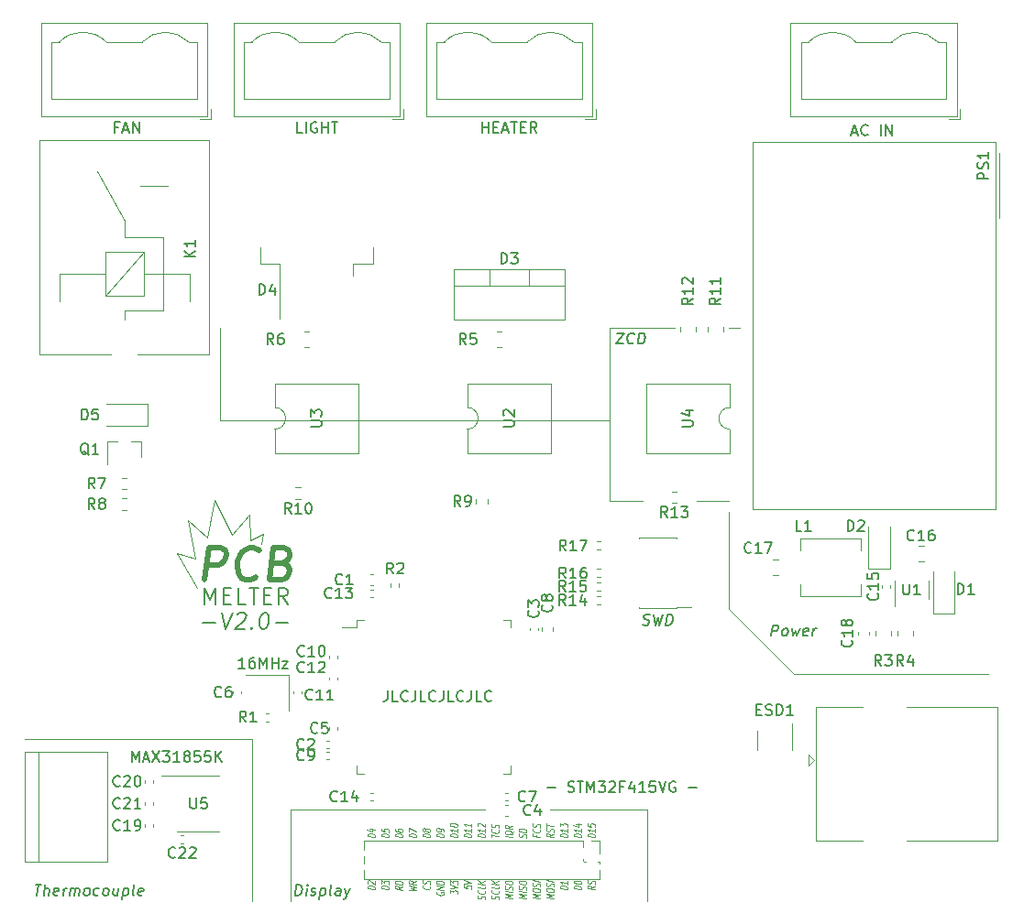
<source format=gbr>
%TF.GenerationSoftware,KiCad,Pcbnew,(5.1.7)-1*%
%TF.CreationDate,2021-04-04T08:26:08+02:00*%
%TF.ProjectId,Reflow_Ofen_V2,5265666c-6f77-45f4-9f66-656e5f56322e,rev?*%
%TF.SameCoordinates,Original*%
%TF.FileFunction,Legend,Top*%
%TF.FilePolarity,Positive*%
%FSLAX46Y46*%
G04 Gerber Fmt 4.6, Leading zero omitted, Abs format (unit mm)*
G04 Created by KiCad (PCBNEW (5.1.7)-1) date 2021-04-04 08:26:08*
%MOMM*%
%LPD*%
G01*
G04 APERTURE LIST*
%ADD10C,0.200000*%
%ADD11C,0.150000*%
%ADD12C,0.500000*%
%ADD13C,0.120000*%
%ADD14C,0.100000*%
G04 APERTURE END LIST*
D10*
X64609142Y-90514571D02*
X64609142Y-89014571D01*
X65109142Y-90086000D01*
X65609142Y-89014571D01*
X65609142Y-90514571D01*
X66323428Y-89728857D02*
X66823428Y-89728857D01*
X67037714Y-90514571D02*
X66323428Y-90514571D01*
X66323428Y-89014571D01*
X67037714Y-89014571D01*
X68394857Y-90514571D02*
X67680571Y-90514571D01*
X67680571Y-89014571D01*
X68680571Y-89014571D02*
X69537714Y-89014571D01*
X69109142Y-90514571D02*
X69109142Y-89014571D01*
X70037714Y-89728857D02*
X70537714Y-89728857D01*
X70752000Y-90514571D02*
X70037714Y-90514571D01*
X70037714Y-89014571D01*
X70752000Y-89014571D01*
X72252000Y-90514571D02*
X71752000Y-89800285D01*
X71394857Y-90514571D02*
X71394857Y-89014571D01*
X71966285Y-89014571D01*
X72109142Y-89086000D01*
X72180571Y-89157428D01*
X72252000Y-89300285D01*
X72252000Y-89514571D01*
X72180571Y-89657428D01*
X72109142Y-89728857D01*
X71966285Y-89800285D01*
X71394857Y-89800285D01*
D11*
X64420973Y-92243142D02*
X65563830Y-92243142D01*
X66179901Y-91314571D02*
X66492401Y-92814571D01*
X67179901Y-91314571D01*
X67590616Y-91457428D02*
X67670973Y-91386000D01*
X67822758Y-91314571D01*
X68179901Y-91314571D01*
X68313830Y-91386000D01*
X68376330Y-91457428D01*
X68429901Y-91600285D01*
X68412044Y-91743142D01*
X68313830Y-91957428D01*
X67349544Y-92814571D01*
X68278116Y-92814571D01*
X68938830Y-92671714D02*
X69001330Y-92743142D01*
X68920973Y-92814571D01*
X68858473Y-92743142D01*
X68938830Y-92671714D01*
X68920973Y-92814571D01*
X70108473Y-91314571D02*
X70251330Y-91314571D01*
X70385258Y-91386000D01*
X70447758Y-91457428D01*
X70501330Y-91600285D01*
X70537044Y-91886000D01*
X70492401Y-92243142D01*
X70385258Y-92528857D01*
X70295973Y-92671714D01*
X70215616Y-92743142D01*
X70063830Y-92814571D01*
X69920973Y-92814571D01*
X69787044Y-92743142D01*
X69724544Y-92671714D01*
X69670973Y-92528857D01*
X69635258Y-92243142D01*
X69679901Y-91886000D01*
X69787044Y-91600285D01*
X69876330Y-91457428D01*
X69956687Y-91386000D01*
X70108473Y-91314571D01*
X71135258Y-92243142D02*
X72278116Y-92243142D01*
D12*
X64579142Y-88293142D02*
X64954142Y-85293142D01*
X66097000Y-85293142D01*
X66364857Y-85436000D01*
X66489857Y-85578857D01*
X66597000Y-85864571D01*
X66543428Y-86293142D01*
X66364857Y-86578857D01*
X66204142Y-86721714D01*
X65900571Y-86864571D01*
X64757714Y-86864571D01*
X69329142Y-88007428D02*
X69168428Y-88150285D01*
X68722000Y-88293142D01*
X68436285Y-88293142D01*
X68025571Y-88150285D01*
X67775571Y-87864571D01*
X67668428Y-87578857D01*
X67597000Y-87007428D01*
X67650571Y-86578857D01*
X67864857Y-86007428D01*
X68043428Y-85721714D01*
X68364857Y-85436000D01*
X68811285Y-85293142D01*
X69097000Y-85293142D01*
X69507714Y-85436000D01*
X69632714Y-85578857D01*
X71775571Y-86721714D02*
X72186285Y-86864571D01*
X72311285Y-87007428D01*
X72418428Y-87293142D01*
X72364857Y-87721714D01*
X72186285Y-88007428D01*
X72025571Y-88150285D01*
X71722000Y-88293142D01*
X70579142Y-88293142D01*
X70954142Y-85293142D01*
X71954142Y-85293142D01*
X72222000Y-85436000D01*
X72347000Y-85578857D01*
X72454142Y-85864571D01*
X72418428Y-86150285D01*
X72239857Y-86436000D01*
X72079142Y-86578857D01*
X71775571Y-86721714D01*
X70775571Y-86721714D01*
D13*
X70022000Y-84036000D02*
X69822000Y-84936000D01*
X64822000Y-84336000D02*
X65522000Y-80936000D01*
X63922000Y-89036000D02*
X62022000Y-85836000D01*
X63722000Y-86336000D02*
X63022000Y-82736000D01*
X65522000Y-80936000D02*
X67122000Y-84136000D01*
X68822000Y-84636000D02*
X70022000Y-84036000D01*
X63022000Y-82736000D02*
X64822000Y-84336000D01*
X67122000Y-84136000D02*
X68722000Y-82236000D01*
X68722000Y-82236000D02*
X68822000Y-84636000D01*
X62022000Y-85836000D02*
X63722000Y-86336000D01*
D11*
X96195428Y-107513428D02*
X96957333Y-107513428D01*
X98147809Y-107846761D02*
X98290666Y-107894380D01*
X98528761Y-107894380D01*
X98624000Y-107846761D01*
X98671619Y-107799142D01*
X98719238Y-107703904D01*
X98719238Y-107608666D01*
X98671619Y-107513428D01*
X98624000Y-107465809D01*
X98528761Y-107418190D01*
X98338285Y-107370571D01*
X98243047Y-107322952D01*
X98195428Y-107275333D01*
X98147809Y-107180095D01*
X98147809Y-107084857D01*
X98195428Y-106989619D01*
X98243047Y-106942000D01*
X98338285Y-106894380D01*
X98576380Y-106894380D01*
X98719238Y-106942000D01*
X99004952Y-106894380D02*
X99576380Y-106894380D01*
X99290666Y-107894380D02*
X99290666Y-106894380D01*
X99909714Y-107894380D02*
X99909714Y-106894380D01*
X100243047Y-107608666D01*
X100576380Y-106894380D01*
X100576380Y-107894380D01*
X100957333Y-106894380D02*
X101576380Y-106894380D01*
X101243047Y-107275333D01*
X101385904Y-107275333D01*
X101481142Y-107322952D01*
X101528761Y-107370571D01*
X101576380Y-107465809D01*
X101576380Y-107703904D01*
X101528761Y-107799142D01*
X101481142Y-107846761D01*
X101385904Y-107894380D01*
X101100190Y-107894380D01*
X101004952Y-107846761D01*
X100957333Y-107799142D01*
X101957333Y-106989619D02*
X102004952Y-106942000D01*
X102100190Y-106894380D01*
X102338285Y-106894380D01*
X102433523Y-106942000D01*
X102481142Y-106989619D01*
X102528761Y-107084857D01*
X102528761Y-107180095D01*
X102481142Y-107322952D01*
X101909714Y-107894380D01*
X102528761Y-107894380D01*
X103290666Y-107370571D02*
X102957333Y-107370571D01*
X102957333Y-107894380D02*
X102957333Y-106894380D01*
X103433523Y-106894380D01*
X104243047Y-107227714D02*
X104243047Y-107894380D01*
X104004952Y-106846761D02*
X103766857Y-107561047D01*
X104385904Y-107561047D01*
X105290666Y-107894380D02*
X104719238Y-107894380D01*
X105004952Y-107894380D02*
X105004952Y-106894380D01*
X104909714Y-107037238D01*
X104814476Y-107132476D01*
X104719238Y-107180095D01*
X106195428Y-106894380D02*
X105719238Y-106894380D01*
X105671619Y-107370571D01*
X105719238Y-107322952D01*
X105814476Y-107275333D01*
X106052571Y-107275333D01*
X106147809Y-107322952D01*
X106195428Y-107370571D01*
X106243047Y-107465809D01*
X106243047Y-107703904D01*
X106195428Y-107799142D01*
X106147809Y-107846761D01*
X106052571Y-107894380D01*
X105814476Y-107894380D01*
X105719238Y-107846761D01*
X105671619Y-107799142D01*
X106528761Y-106894380D02*
X106862095Y-107894380D01*
X107195428Y-106894380D01*
X108052571Y-106942000D02*
X107957333Y-106894380D01*
X107814476Y-106894380D01*
X107671619Y-106942000D01*
X107576380Y-107037238D01*
X107528761Y-107132476D01*
X107481142Y-107322952D01*
X107481142Y-107465809D01*
X107528761Y-107656285D01*
X107576380Y-107751523D01*
X107671619Y-107846761D01*
X107814476Y-107894380D01*
X107909714Y-107894380D01*
X108052571Y-107846761D01*
X108100190Y-107799142D01*
X108100190Y-107465809D01*
X107909714Y-107465809D01*
X109290666Y-107513428D02*
X110052571Y-107513428D01*
X81486952Y-98512380D02*
X81486952Y-99226666D01*
X81439333Y-99369523D01*
X81344095Y-99464761D01*
X81201238Y-99512380D01*
X81106000Y-99512380D01*
X82439333Y-99512380D02*
X81963142Y-99512380D01*
X81963142Y-98512380D01*
X83344095Y-99417142D02*
X83296476Y-99464761D01*
X83153619Y-99512380D01*
X83058380Y-99512380D01*
X82915523Y-99464761D01*
X82820285Y-99369523D01*
X82772666Y-99274285D01*
X82725047Y-99083809D01*
X82725047Y-98940952D01*
X82772666Y-98750476D01*
X82820285Y-98655238D01*
X82915523Y-98560000D01*
X83058380Y-98512380D01*
X83153619Y-98512380D01*
X83296476Y-98560000D01*
X83344095Y-98607619D01*
X84058380Y-98512380D02*
X84058380Y-99226666D01*
X84010761Y-99369523D01*
X83915523Y-99464761D01*
X83772666Y-99512380D01*
X83677428Y-99512380D01*
X85010761Y-99512380D02*
X84534571Y-99512380D01*
X84534571Y-98512380D01*
X85915523Y-99417142D02*
X85867904Y-99464761D01*
X85725047Y-99512380D01*
X85629809Y-99512380D01*
X85486952Y-99464761D01*
X85391714Y-99369523D01*
X85344095Y-99274285D01*
X85296476Y-99083809D01*
X85296476Y-98940952D01*
X85344095Y-98750476D01*
X85391714Y-98655238D01*
X85486952Y-98560000D01*
X85629809Y-98512380D01*
X85725047Y-98512380D01*
X85867904Y-98560000D01*
X85915523Y-98607619D01*
X86629809Y-98512380D02*
X86629809Y-99226666D01*
X86582190Y-99369523D01*
X86486952Y-99464761D01*
X86344095Y-99512380D01*
X86248857Y-99512380D01*
X87582190Y-99512380D02*
X87106000Y-99512380D01*
X87106000Y-98512380D01*
X88486952Y-99417142D02*
X88439333Y-99464761D01*
X88296476Y-99512380D01*
X88201238Y-99512380D01*
X88058380Y-99464761D01*
X87963142Y-99369523D01*
X87915523Y-99274285D01*
X87867904Y-99083809D01*
X87867904Y-98940952D01*
X87915523Y-98750476D01*
X87963142Y-98655238D01*
X88058380Y-98560000D01*
X88201238Y-98512380D01*
X88296476Y-98512380D01*
X88439333Y-98560000D01*
X88486952Y-98607619D01*
X89201238Y-98512380D02*
X89201238Y-99226666D01*
X89153619Y-99369523D01*
X89058380Y-99464761D01*
X88915523Y-99512380D01*
X88820285Y-99512380D01*
X90153619Y-99512380D02*
X89677428Y-99512380D01*
X89677428Y-98512380D01*
X91058380Y-99417142D02*
X91010761Y-99464761D01*
X90867904Y-99512380D01*
X90772666Y-99512380D01*
X90629809Y-99464761D01*
X90534571Y-99369523D01*
X90486952Y-99274285D01*
X90439333Y-99083809D01*
X90439333Y-98940952D01*
X90486952Y-98750476D01*
X90534571Y-98655238D01*
X90629809Y-98560000D01*
X90772666Y-98512380D01*
X90867904Y-98512380D01*
X91010761Y-98560000D01*
X91058380Y-98607619D01*
D14*
X80349285Y-112079488D02*
X79599285Y-111985738D01*
X79599285Y-111866690D01*
X79635000Y-111799726D01*
X79706428Y-111761035D01*
X79777857Y-111746154D01*
X79920714Y-111740202D01*
X80027857Y-111753595D01*
X80170714Y-111795261D01*
X80242142Y-111828000D01*
X80313571Y-111884547D01*
X80349285Y-111960440D01*
X80349285Y-112079488D01*
X79849285Y-111302702D02*
X80349285Y-111365202D01*
X79563571Y-111386035D02*
X80099285Y-111572047D01*
X80099285Y-111262523D01*
X81619285Y-112079488D02*
X80869285Y-111985738D01*
X80869285Y-111866690D01*
X80905000Y-111799726D01*
X80976428Y-111761035D01*
X81047857Y-111746154D01*
X81190714Y-111740202D01*
X81297857Y-111753595D01*
X81440714Y-111795261D01*
X81512142Y-111828000D01*
X81583571Y-111884547D01*
X81619285Y-111960440D01*
X81619285Y-112079488D01*
X80869285Y-111247642D02*
X80869285Y-111485738D01*
X81226428Y-111554190D01*
X81190714Y-111525916D01*
X81155000Y-111473833D01*
X81155000Y-111354785D01*
X81190714Y-111311630D01*
X81226428Y-111292285D01*
X81297857Y-111277404D01*
X81476428Y-111299726D01*
X81547857Y-111332464D01*
X81583571Y-111360738D01*
X81619285Y-111412821D01*
X81619285Y-111531869D01*
X81583571Y-111575023D01*
X81547857Y-111594369D01*
X82889285Y-112079488D02*
X82139285Y-111985738D01*
X82139285Y-111866690D01*
X82175000Y-111799726D01*
X82246428Y-111761035D01*
X82317857Y-111746154D01*
X82460714Y-111740202D01*
X82567857Y-111753595D01*
X82710714Y-111795261D01*
X82782142Y-111828000D01*
X82853571Y-111884547D01*
X82889285Y-111960440D01*
X82889285Y-112079488D01*
X82139285Y-111271452D02*
X82139285Y-111366690D01*
X82175000Y-111418773D01*
X82210714Y-111447047D01*
X82317857Y-111508059D01*
X82460714Y-111549726D01*
X82746428Y-111585440D01*
X82817857Y-111570559D01*
X82853571Y-111551214D01*
X82889285Y-111508059D01*
X82889285Y-111412821D01*
X82853571Y-111360738D01*
X82817857Y-111332464D01*
X82746428Y-111299726D01*
X82567857Y-111277404D01*
X82496428Y-111292285D01*
X82460714Y-111311630D01*
X82425000Y-111354785D01*
X82425000Y-111450023D01*
X82460714Y-111502107D01*
X82496428Y-111530380D01*
X82567857Y-111563119D01*
X84159285Y-112079488D02*
X83409285Y-111985738D01*
X83409285Y-111866690D01*
X83445000Y-111799726D01*
X83516428Y-111761035D01*
X83587857Y-111746154D01*
X83730714Y-111740202D01*
X83837857Y-111753595D01*
X83980714Y-111795261D01*
X84052142Y-111828000D01*
X84123571Y-111884547D01*
X84159285Y-111960440D01*
X84159285Y-112079488D01*
X83409285Y-111533357D02*
X83409285Y-111200023D01*
X84159285Y-111508059D01*
X85429285Y-112079488D02*
X84679285Y-111985738D01*
X84679285Y-111866690D01*
X84715000Y-111799726D01*
X84786428Y-111761035D01*
X84857857Y-111746154D01*
X85000714Y-111740202D01*
X85107857Y-111753595D01*
X85250714Y-111795261D01*
X85322142Y-111828000D01*
X85393571Y-111884547D01*
X85429285Y-111960440D01*
X85429285Y-112079488D01*
X85000714Y-111454488D02*
X84965000Y-111497642D01*
X84929285Y-111516988D01*
X84857857Y-111531869D01*
X84822142Y-111527404D01*
X84750714Y-111494666D01*
X84715000Y-111466392D01*
X84679285Y-111414309D01*
X84679285Y-111319071D01*
X84715000Y-111275916D01*
X84750714Y-111256571D01*
X84822142Y-111241690D01*
X84857857Y-111246154D01*
X84929285Y-111278892D01*
X84965000Y-111307166D01*
X85000714Y-111359250D01*
X85000714Y-111454488D01*
X85036428Y-111506571D01*
X85072142Y-111534845D01*
X85143571Y-111567583D01*
X85286428Y-111585440D01*
X85357857Y-111570559D01*
X85393571Y-111551214D01*
X85429285Y-111508059D01*
X85429285Y-111412821D01*
X85393571Y-111360738D01*
X85357857Y-111332464D01*
X85286428Y-111299726D01*
X85143571Y-111281869D01*
X85072142Y-111296750D01*
X85036428Y-111316095D01*
X85000714Y-111359250D01*
X86699285Y-112079488D02*
X85949285Y-111985738D01*
X85949285Y-111866690D01*
X85985000Y-111799726D01*
X86056428Y-111761035D01*
X86127857Y-111746154D01*
X86270714Y-111740202D01*
X86377857Y-111753595D01*
X86520714Y-111795261D01*
X86592142Y-111828000D01*
X86663571Y-111884547D01*
X86699285Y-111960440D01*
X86699285Y-112079488D01*
X86699285Y-111555678D02*
X86699285Y-111460440D01*
X86663571Y-111408357D01*
X86627857Y-111380083D01*
X86520714Y-111319071D01*
X86377857Y-111277404D01*
X86092142Y-111241690D01*
X86020714Y-111256571D01*
X85985000Y-111275916D01*
X85949285Y-111319071D01*
X85949285Y-111414309D01*
X85985000Y-111466392D01*
X86020714Y-111494666D01*
X86092142Y-111527404D01*
X86270714Y-111549726D01*
X86342142Y-111534845D01*
X86377857Y-111515500D01*
X86413571Y-111472345D01*
X86413571Y-111377107D01*
X86377857Y-111325023D01*
X86342142Y-111296750D01*
X86270714Y-111264011D01*
X87969285Y-112079488D02*
X87219285Y-111985738D01*
X87219285Y-111866690D01*
X87255000Y-111799726D01*
X87326428Y-111761035D01*
X87397857Y-111746154D01*
X87540714Y-111740202D01*
X87647857Y-111753595D01*
X87790714Y-111795261D01*
X87862142Y-111828000D01*
X87933571Y-111884547D01*
X87969285Y-111960440D01*
X87969285Y-112079488D01*
X87969285Y-111317583D02*
X87969285Y-111603297D01*
X87969285Y-111460440D02*
X87219285Y-111366690D01*
X87326428Y-111427702D01*
X87397857Y-111484250D01*
X87433571Y-111536333D01*
X87219285Y-110914309D02*
X87219285Y-110866690D01*
X87255000Y-110823535D01*
X87290714Y-110804190D01*
X87362142Y-110789309D01*
X87505000Y-110783357D01*
X87683571Y-110805678D01*
X87826428Y-110847345D01*
X87897857Y-110880083D01*
X87933571Y-110908357D01*
X87969285Y-110960440D01*
X87969285Y-111008059D01*
X87933571Y-111051214D01*
X87897857Y-111070559D01*
X87826428Y-111085440D01*
X87683571Y-111091392D01*
X87505000Y-111069071D01*
X87362142Y-111027404D01*
X87290714Y-110994666D01*
X87255000Y-110966392D01*
X87219285Y-110914309D01*
X89239285Y-112079488D02*
X88489285Y-111985738D01*
X88489285Y-111866690D01*
X88525000Y-111799726D01*
X88596428Y-111761035D01*
X88667857Y-111746154D01*
X88810714Y-111740202D01*
X88917857Y-111753595D01*
X89060714Y-111795261D01*
X89132142Y-111828000D01*
X89203571Y-111884547D01*
X89239285Y-111960440D01*
X89239285Y-112079488D01*
X89239285Y-111317583D02*
X89239285Y-111603297D01*
X89239285Y-111460440D02*
X88489285Y-111366690D01*
X88596428Y-111427702D01*
X88667857Y-111484250D01*
X88703571Y-111536333D01*
X89239285Y-110841392D02*
X89239285Y-111127107D01*
X89239285Y-110984250D02*
X88489285Y-110890500D01*
X88596428Y-110951511D01*
X88667857Y-111008059D01*
X88703571Y-111060142D01*
X90509285Y-112079488D02*
X89759285Y-111985738D01*
X89759285Y-111866690D01*
X89795000Y-111799726D01*
X89866428Y-111761035D01*
X89937857Y-111746154D01*
X90080714Y-111740202D01*
X90187857Y-111753595D01*
X90330714Y-111795261D01*
X90402142Y-111828000D01*
X90473571Y-111884547D01*
X90509285Y-111960440D01*
X90509285Y-112079488D01*
X90509285Y-111317583D02*
X90509285Y-111603297D01*
X90509285Y-111460440D02*
X89759285Y-111366690D01*
X89866428Y-111427702D01*
X89937857Y-111484250D01*
X89973571Y-111536333D01*
X89830714Y-111042285D02*
X89795000Y-111014011D01*
X89759285Y-110961928D01*
X89759285Y-110842880D01*
X89795000Y-110799726D01*
X89830714Y-110780380D01*
X89902142Y-110765500D01*
X89973571Y-110774428D01*
X90080714Y-110811630D01*
X90509285Y-111150916D01*
X90509285Y-110841392D01*
X91029285Y-112057166D02*
X91029285Y-111771452D01*
X91779285Y-112008059D02*
X91029285Y-111914309D01*
X91707857Y-111403892D02*
X91743571Y-111432166D01*
X91779285Y-111508059D01*
X91779285Y-111555678D01*
X91743571Y-111622642D01*
X91672142Y-111661333D01*
X91600714Y-111676214D01*
X91457857Y-111682166D01*
X91350714Y-111668773D01*
X91207857Y-111627107D01*
X91136428Y-111594369D01*
X91065000Y-111537821D01*
X91029285Y-111461928D01*
X91029285Y-111414309D01*
X91065000Y-111347345D01*
X91100714Y-111328000D01*
X91743571Y-111217880D02*
X91779285Y-111150916D01*
X91779285Y-111031869D01*
X91743571Y-110979785D01*
X91707857Y-110951511D01*
X91636428Y-110918773D01*
X91565000Y-110909845D01*
X91493571Y-110924726D01*
X91457857Y-110944071D01*
X91422142Y-110987226D01*
X91386428Y-111078000D01*
X91350714Y-111121154D01*
X91315000Y-111140500D01*
X91243571Y-111155380D01*
X91172142Y-111146452D01*
X91100714Y-111113714D01*
X91065000Y-111085440D01*
X91029285Y-111033357D01*
X91029285Y-110914309D01*
X91065000Y-110847345D01*
X93049285Y-112079488D02*
X92299285Y-111985738D01*
X93120714Y-111516988D02*
X93085000Y-111560142D01*
X93013571Y-111598833D01*
X92906428Y-111656869D01*
X92870714Y-111700023D01*
X92870714Y-111747642D01*
X93049285Y-111746154D02*
X93013571Y-111789309D01*
X92942142Y-111828000D01*
X92799285Y-111833952D01*
X92549285Y-111802702D01*
X92406428Y-111761035D01*
X92335000Y-111704488D01*
X92299285Y-111652404D01*
X92299285Y-111557166D01*
X92335000Y-111514011D01*
X92406428Y-111475321D01*
X92549285Y-111469369D01*
X92799285Y-111500619D01*
X92942142Y-111542285D01*
X93013571Y-111598833D01*
X93049285Y-111650916D01*
X93049285Y-111746154D01*
X93049285Y-111031869D02*
X92692142Y-111153892D01*
X93049285Y-111317583D02*
X92299285Y-111223833D01*
X92299285Y-111033357D01*
X92335000Y-110990202D01*
X92370714Y-110970857D01*
X92442142Y-110955976D01*
X92549285Y-110969369D01*
X92620714Y-111002107D01*
X92656428Y-111030380D01*
X92692142Y-111082464D01*
X92692142Y-111272940D01*
X94283571Y-112098833D02*
X94319285Y-112031869D01*
X94319285Y-111912821D01*
X94283571Y-111860738D01*
X94247857Y-111832464D01*
X94176428Y-111799726D01*
X94105000Y-111790797D01*
X94033571Y-111805678D01*
X93997857Y-111825023D01*
X93962142Y-111868178D01*
X93926428Y-111958952D01*
X93890714Y-112002107D01*
X93855000Y-112021452D01*
X93783571Y-112036333D01*
X93712142Y-112027404D01*
X93640714Y-111994666D01*
X93605000Y-111966392D01*
X93569285Y-111914309D01*
X93569285Y-111795261D01*
X93605000Y-111728297D01*
X94319285Y-111603297D02*
X93569285Y-111509547D01*
X93569285Y-111390500D01*
X93605000Y-111323535D01*
X93676428Y-111284845D01*
X93747857Y-111269964D01*
X93890714Y-111264011D01*
X93997857Y-111277404D01*
X94140714Y-111319071D01*
X94212142Y-111351809D01*
X94283571Y-111408357D01*
X94319285Y-111484250D01*
X94319285Y-111603297D01*
X95196428Y-111863714D02*
X95196428Y-112030380D01*
X95589285Y-112079488D02*
X94839285Y-111985738D01*
X94839285Y-111747642D01*
X95517857Y-111356273D02*
X95553571Y-111384547D01*
X95589285Y-111460440D01*
X95589285Y-111508059D01*
X95553571Y-111575023D01*
X95482142Y-111613714D01*
X95410714Y-111628595D01*
X95267857Y-111634547D01*
X95160714Y-111621154D01*
X95017857Y-111579488D01*
X94946428Y-111546750D01*
X94875000Y-111490202D01*
X94839285Y-111414309D01*
X94839285Y-111366690D01*
X94875000Y-111299726D01*
X94910714Y-111280380D01*
X95553571Y-111170261D02*
X95589285Y-111103297D01*
X95589285Y-110984250D01*
X95553571Y-110932166D01*
X95517857Y-110903892D01*
X95446428Y-110871154D01*
X95375000Y-110862226D01*
X95303571Y-110877107D01*
X95267857Y-110896452D01*
X95232142Y-110939607D01*
X95196428Y-111030380D01*
X95160714Y-111073535D01*
X95125000Y-111092880D01*
X95053571Y-111107761D01*
X94982142Y-111098833D01*
X94910714Y-111066095D01*
X94875000Y-111037821D01*
X94839285Y-110985738D01*
X94839285Y-110866690D01*
X94875000Y-110799726D01*
X96859285Y-111793773D02*
X96502142Y-111915797D01*
X96859285Y-112079488D02*
X96109285Y-111985738D01*
X96109285Y-111795261D01*
X96145000Y-111752107D01*
X96180714Y-111732761D01*
X96252142Y-111717880D01*
X96359285Y-111731273D01*
X96430714Y-111764011D01*
X96466428Y-111792285D01*
X96502142Y-111844369D01*
X96502142Y-112034845D01*
X96823571Y-111598833D02*
X96859285Y-111531869D01*
X96859285Y-111412821D01*
X96823571Y-111360738D01*
X96787857Y-111332464D01*
X96716428Y-111299726D01*
X96645000Y-111290797D01*
X96573571Y-111305678D01*
X96537857Y-111325023D01*
X96502142Y-111368178D01*
X96466428Y-111458952D01*
X96430714Y-111502107D01*
X96395000Y-111521452D01*
X96323571Y-111536333D01*
X96252142Y-111527404D01*
X96180714Y-111494666D01*
X96145000Y-111466392D01*
X96109285Y-111414309D01*
X96109285Y-111295261D01*
X96145000Y-111228297D01*
X96109285Y-111080976D02*
X96109285Y-110795261D01*
X96859285Y-111031869D02*
X96109285Y-110938119D01*
X98129285Y-112079488D02*
X97379285Y-111985738D01*
X97379285Y-111866690D01*
X97415000Y-111799726D01*
X97486428Y-111761035D01*
X97557857Y-111746154D01*
X97700714Y-111740202D01*
X97807857Y-111753595D01*
X97950714Y-111795261D01*
X98022142Y-111828000D01*
X98093571Y-111884547D01*
X98129285Y-111960440D01*
X98129285Y-112079488D01*
X98129285Y-111317583D02*
X98129285Y-111603297D01*
X98129285Y-111460440D02*
X97379285Y-111366690D01*
X97486428Y-111427702D01*
X97557857Y-111484250D01*
X97593571Y-111536333D01*
X97379285Y-111057166D02*
X97379285Y-110747642D01*
X97665000Y-110950023D01*
X97665000Y-110878595D01*
X97700714Y-110835440D01*
X97736428Y-110816095D01*
X97807857Y-110801214D01*
X97986428Y-110823535D01*
X98057857Y-110856273D01*
X98093571Y-110884547D01*
X98129285Y-110936630D01*
X98129285Y-111079488D01*
X98093571Y-111122642D01*
X98057857Y-111141988D01*
X99399285Y-112079488D02*
X98649285Y-111985738D01*
X98649285Y-111866690D01*
X98685000Y-111799726D01*
X98756428Y-111761035D01*
X98827857Y-111746154D01*
X98970714Y-111740202D01*
X99077857Y-111753595D01*
X99220714Y-111795261D01*
X99292142Y-111828000D01*
X99363571Y-111884547D01*
X99399285Y-111960440D01*
X99399285Y-112079488D01*
X99399285Y-111317583D02*
X99399285Y-111603297D01*
X99399285Y-111460440D02*
X98649285Y-111366690D01*
X98756428Y-111427702D01*
X98827857Y-111484250D01*
X98863571Y-111536333D01*
X98899285Y-110826511D02*
X99399285Y-110889011D01*
X98613571Y-110909845D02*
X99149285Y-111095857D01*
X99149285Y-110786333D01*
X100669285Y-112079488D02*
X99919285Y-111985738D01*
X99919285Y-111866690D01*
X99955000Y-111799726D01*
X100026428Y-111761035D01*
X100097857Y-111746154D01*
X100240714Y-111740202D01*
X100347857Y-111753595D01*
X100490714Y-111795261D01*
X100562142Y-111828000D01*
X100633571Y-111884547D01*
X100669285Y-111960440D01*
X100669285Y-112079488D01*
X100669285Y-111317583D02*
X100669285Y-111603297D01*
X100669285Y-111460440D02*
X99919285Y-111366690D01*
X100026428Y-111427702D01*
X100097857Y-111484250D01*
X100133571Y-111536333D01*
X99919285Y-110771452D02*
X99919285Y-111009547D01*
X100276428Y-111078000D01*
X100240714Y-111049726D01*
X100205000Y-110997642D01*
X100205000Y-110878595D01*
X100240714Y-110835440D01*
X100276428Y-110816095D01*
X100347857Y-110801214D01*
X100526428Y-110823535D01*
X100597857Y-110856273D01*
X100633571Y-110884547D01*
X100669285Y-110936630D01*
X100669285Y-111055678D01*
X100633571Y-111098833D01*
X100597857Y-111118178D01*
X100669285Y-116612839D02*
X100312142Y-116734863D01*
X100669285Y-116898553D02*
X99919285Y-116804803D01*
X99919285Y-116614327D01*
X99955000Y-116571172D01*
X99990714Y-116551827D01*
X100062142Y-116536946D01*
X100169285Y-116550339D01*
X100240714Y-116583077D01*
X100276428Y-116611351D01*
X100312142Y-116663434D01*
X100312142Y-116853910D01*
X100633571Y-116417898D02*
X100669285Y-116350934D01*
X100669285Y-116231886D01*
X100633571Y-116179803D01*
X100597857Y-116151529D01*
X100526428Y-116118791D01*
X100455000Y-116109863D01*
X100383571Y-116124744D01*
X100347857Y-116144089D01*
X100312142Y-116187244D01*
X100276428Y-116278017D01*
X100240714Y-116321172D01*
X100205000Y-116340517D01*
X100133571Y-116355398D01*
X100062142Y-116346470D01*
X99990714Y-116313732D01*
X99955000Y-116285458D01*
X99919285Y-116233375D01*
X99919285Y-116114327D01*
X99955000Y-116047363D01*
X99399285Y-116898553D02*
X98649285Y-116804803D01*
X98649285Y-116685755D01*
X98685000Y-116618791D01*
X98756428Y-116580101D01*
X98827857Y-116565220D01*
X98970714Y-116559267D01*
X99077857Y-116572660D01*
X99220714Y-116614327D01*
X99292142Y-116647065D01*
X99363571Y-116703613D01*
X99399285Y-116779505D01*
X99399285Y-116898553D01*
X98649285Y-116209565D02*
X98649285Y-116161946D01*
X98685000Y-116118791D01*
X98720714Y-116099446D01*
X98792142Y-116084565D01*
X98935000Y-116078613D01*
X99113571Y-116100934D01*
X99256428Y-116142601D01*
X99327857Y-116175339D01*
X99363571Y-116203613D01*
X99399285Y-116255696D01*
X99399285Y-116303315D01*
X99363571Y-116346470D01*
X99327857Y-116365815D01*
X99256428Y-116380696D01*
X99113571Y-116386648D01*
X98935000Y-116364327D01*
X98792142Y-116322660D01*
X98720714Y-116289922D01*
X98685000Y-116261648D01*
X98649285Y-116209565D01*
X98129285Y-116898553D02*
X97379285Y-116804803D01*
X97379285Y-116685755D01*
X97415000Y-116618791D01*
X97486428Y-116580101D01*
X97557857Y-116565220D01*
X97700714Y-116559267D01*
X97807857Y-116572660D01*
X97950714Y-116614327D01*
X98022142Y-116647065D01*
X98093571Y-116703613D01*
X98129285Y-116779505D01*
X98129285Y-116898553D01*
X98129285Y-116136648D02*
X98129285Y-116422363D01*
X98129285Y-116279505D02*
X97379285Y-116185755D01*
X97486428Y-116246767D01*
X97557857Y-116303315D01*
X97593571Y-116355398D01*
X96859285Y-117731886D02*
X96109285Y-117638136D01*
X96645000Y-117538434D01*
X96109285Y-117304803D01*
X96859285Y-117398553D01*
X96109285Y-116971470D02*
X96109285Y-116876232D01*
X96145000Y-116833077D01*
X96216428Y-116794386D01*
X96359285Y-116788434D01*
X96609285Y-116819684D01*
X96752142Y-116861351D01*
X96823571Y-116917898D01*
X96859285Y-116969982D01*
X96859285Y-117065220D01*
X96823571Y-117108375D01*
X96752142Y-117147065D01*
X96609285Y-117153017D01*
X96359285Y-117121767D01*
X96216428Y-117080101D01*
X96145000Y-117023553D01*
X96109285Y-116971470D01*
X96823571Y-116655994D02*
X96859285Y-116589029D01*
X96859285Y-116469982D01*
X96823571Y-116417898D01*
X96787857Y-116389625D01*
X96716428Y-116356886D01*
X96645000Y-116347958D01*
X96573571Y-116362839D01*
X96537857Y-116382184D01*
X96502142Y-116425339D01*
X96466428Y-116516113D01*
X96430714Y-116559267D01*
X96395000Y-116578613D01*
X96323571Y-116593494D01*
X96252142Y-116584565D01*
X96180714Y-116551827D01*
X96145000Y-116523553D01*
X96109285Y-116471470D01*
X96109285Y-116352422D01*
X96145000Y-116285458D01*
X96859285Y-116160458D02*
X96109285Y-116066708D01*
X95589285Y-117731886D02*
X94839285Y-117638136D01*
X95375000Y-117538434D01*
X94839285Y-117304803D01*
X95589285Y-117398553D01*
X94839285Y-116971470D02*
X94839285Y-116876232D01*
X94875000Y-116833077D01*
X94946428Y-116794386D01*
X95089285Y-116788434D01*
X95339285Y-116819684D01*
X95482142Y-116861351D01*
X95553571Y-116917898D01*
X95589285Y-116969982D01*
X95589285Y-117065220D01*
X95553571Y-117108375D01*
X95482142Y-117147065D01*
X95339285Y-117153017D01*
X95089285Y-117121767D01*
X94946428Y-117080101D01*
X94875000Y-117023553D01*
X94839285Y-116971470D01*
X95553571Y-116655994D02*
X95589285Y-116589029D01*
X95589285Y-116469982D01*
X95553571Y-116417898D01*
X95517857Y-116389625D01*
X95446428Y-116356886D01*
X95375000Y-116347958D01*
X95303571Y-116362839D01*
X95267857Y-116382184D01*
X95232142Y-116425339D01*
X95196428Y-116516113D01*
X95160714Y-116559267D01*
X95125000Y-116578613D01*
X95053571Y-116593494D01*
X94982142Y-116584565D01*
X94910714Y-116551827D01*
X94875000Y-116523553D01*
X94839285Y-116471470D01*
X94839285Y-116352422D01*
X94875000Y-116285458D01*
X95589285Y-116160458D02*
X94839285Y-116066708D01*
X94319285Y-117731886D02*
X93569285Y-117638136D01*
X94105000Y-117538434D01*
X93569285Y-117304803D01*
X94319285Y-117398553D01*
X94319285Y-117160458D02*
X93569285Y-117066708D01*
X94283571Y-116941708D02*
X94319285Y-116874744D01*
X94319285Y-116755696D01*
X94283571Y-116703613D01*
X94247857Y-116675339D01*
X94176428Y-116642601D01*
X94105000Y-116633672D01*
X94033571Y-116648553D01*
X93997857Y-116667898D01*
X93962142Y-116711053D01*
X93926428Y-116801827D01*
X93890714Y-116844982D01*
X93855000Y-116864327D01*
X93783571Y-116879208D01*
X93712142Y-116870279D01*
X93640714Y-116837541D01*
X93605000Y-116809267D01*
X93569285Y-116757184D01*
X93569285Y-116638136D01*
X93605000Y-116571172D01*
X93569285Y-116257184D02*
X93569285Y-116161946D01*
X93605000Y-116118791D01*
X93676428Y-116080101D01*
X93819285Y-116074148D01*
X94069285Y-116105398D01*
X94212142Y-116147065D01*
X94283571Y-116203613D01*
X94319285Y-116255696D01*
X94319285Y-116350934D01*
X94283571Y-116394089D01*
X94212142Y-116432779D01*
X94069285Y-116438732D01*
X93819285Y-116407482D01*
X93676428Y-116365815D01*
X93605000Y-116309267D01*
X93569285Y-116257184D01*
X93049285Y-117731886D02*
X92299285Y-117638136D01*
X92835000Y-117538434D01*
X92299285Y-117304803D01*
X93049285Y-117398553D01*
X93049285Y-117160458D02*
X92299285Y-117066708D01*
X93013571Y-116941708D02*
X93049285Y-116874744D01*
X93049285Y-116755696D01*
X93013571Y-116703613D01*
X92977857Y-116675339D01*
X92906428Y-116642601D01*
X92835000Y-116633672D01*
X92763571Y-116648553D01*
X92727857Y-116667898D01*
X92692142Y-116711053D01*
X92656428Y-116801827D01*
X92620714Y-116844982D01*
X92585000Y-116864327D01*
X92513571Y-116879208D01*
X92442142Y-116870279D01*
X92370714Y-116837541D01*
X92335000Y-116809267D01*
X92299285Y-116757184D01*
X92299285Y-116638136D01*
X92335000Y-116571172D01*
X92299285Y-116257184D02*
X92299285Y-116161946D01*
X92335000Y-116118791D01*
X92406428Y-116080101D01*
X92549285Y-116074148D01*
X92799285Y-116105398D01*
X92942142Y-116147065D01*
X93013571Y-116203613D01*
X93049285Y-116255696D01*
X93049285Y-116350934D01*
X93013571Y-116394089D01*
X92942142Y-116432779D01*
X92799285Y-116438732D01*
X92549285Y-116407482D01*
X92406428Y-116365815D01*
X92335000Y-116309267D01*
X92299285Y-116257184D01*
X91743571Y-117822660D02*
X91779285Y-117755696D01*
X91779285Y-117636648D01*
X91743571Y-117584565D01*
X91707857Y-117556291D01*
X91636428Y-117523553D01*
X91565000Y-117514625D01*
X91493571Y-117529505D01*
X91457857Y-117548851D01*
X91422142Y-117592005D01*
X91386428Y-117682779D01*
X91350714Y-117725934D01*
X91315000Y-117745279D01*
X91243571Y-117760160D01*
X91172142Y-117751232D01*
X91100714Y-117718494D01*
X91065000Y-117690220D01*
X91029285Y-117638136D01*
X91029285Y-117519089D01*
X91065000Y-117452125D01*
X91707857Y-117032482D02*
X91743571Y-117060755D01*
X91779285Y-117136648D01*
X91779285Y-117184267D01*
X91743571Y-117251232D01*
X91672142Y-117289922D01*
X91600714Y-117304803D01*
X91457857Y-117310755D01*
X91350714Y-117297363D01*
X91207857Y-117255696D01*
X91136428Y-117222958D01*
X91065000Y-117166410D01*
X91029285Y-117090517D01*
X91029285Y-117042898D01*
X91065000Y-116975934D01*
X91100714Y-116956589D01*
X91779285Y-116589029D02*
X91779285Y-116827125D01*
X91029285Y-116733375D01*
X91779285Y-116422363D02*
X91029285Y-116328613D01*
X91779285Y-116136648D02*
X91350714Y-116297363D01*
X91029285Y-116042898D02*
X91457857Y-116382184D01*
X90473571Y-117822660D02*
X90509285Y-117755696D01*
X90509285Y-117636648D01*
X90473571Y-117584565D01*
X90437857Y-117556291D01*
X90366428Y-117523553D01*
X90295000Y-117514625D01*
X90223571Y-117529505D01*
X90187857Y-117548851D01*
X90152142Y-117592005D01*
X90116428Y-117682779D01*
X90080714Y-117725934D01*
X90045000Y-117745279D01*
X89973571Y-117760160D01*
X89902142Y-117751232D01*
X89830714Y-117718494D01*
X89795000Y-117690220D01*
X89759285Y-117638136D01*
X89759285Y-117519089D01*
X89795000Y-117452125D01*
X90437857Y-117032482D02*
X90473571Y-117060755D01*
X90509285Y-117136648D01*
X90509285Y-117184267D01*
X90473571Y-117251232D01*
X90402142Y-117289922D01*
X90330714Y-117304803D01*
X90187857Y-117310755D01*
X90080714Y-117297363D01*
X89937857Y-117255696D01*
X89866428Y-117222958D01*
X89795000Y-117166410D01*
X89759285Y-117090517D01*
X89759285Y-117042898D01*
X89795000Y-116975934D01*
X89830714Y-116956589D01*
X90509285Y-116589029D02*
X90509285Y-116827125D01*
X89759285Y-116733375D01*
X90509285Y-116422363D02*
X89759285Y-116328613D01*
X90509285Y-116136648D02*
X90080714Y-116297363D01*
X89759285Y-116042898D02*
X90187857Y-116382184D01*
X88489285Y-116495279D02*
X88489285Y-116733375D01*
X88846428Y-116801827D01*
X88810714Y-116773553D01*
X88775000Y-116721470D01*
X88775000Y-116602422D01*
X88810714Y-116559267D01*
X88846428Y-116539922D01*
X88917857Y-116525041D01*
X89096428Y-116547363D01*
X89167857Y-116580101D01*
X89203571Y-116608375D01*
X89239285Y-116660458D01*
X89239285Y-116779505D01*
X89203571Y-116822660D01*
X89167857Y-116842005D01*
X88489285Y-116328613D02*
X89239285Y-116255696D01*
X88489285Y-115995279D01*
X87219285Y-117257184D02*
X87219285Y-116947660D01*
X87505000Y-117150041D01*
X87505000Y-117078613D01*
X87540714Y-117035458D01*
X87576428Y-117016113D01*
X87647857Y-117001232D01*
X87826428Y-117023553D01*
X87897857Y-117056291D01*
X87933571Y-117084565D01*
X87969285Y-117136648D01*
X87969285Y-117279505D01*
X87933571Y-117322660D01*
X87897857Y-117342005D01*
X87219285Y-116804803D02*
X87969285Y-116731886D01*
X87219285Y-116471470D01*
X87219285Y-116352422D02*
X87219285Y-116042898D01*
X87505000Y-116245279D01*
X87505000Y-116173851D01*
X87540714Y-116130696D01*
X87576428Y-116111351D01*
X87647857Y-116096470D01*
X87826428Y-116118791D01*
X87897857Y-116151529D01*
X87933571Y-116179803D01*
X87969285Y-116231886D01*
X87969285Y-116374744D01*
X87933571Y-116417898D01*
X87897857Y-116437244D01*
X85985000Y-117094982D02*
X85949285Y-117138136D01*
X85949285Y-117209565D01*
X85985000Y-117285458D01*
X86056428Y-117342005D01*
X86127857Y-117374744D01*
X86270714Y-117416410D01*
X86377857Y-117429803D01*
X86520714Y-117423851D01*
X86592142Y-117408970D01*
X86663571Y-117370279D01*
X86699285Y-117303315D01*
X86699285Y-117255696D01*
X86663571Y-117179803D01*
X86627857Y-117151529D01*
X86377857Y-117120279D01*
X86377857Y-117215517D01*
X86699285Y-116946172D02*
X85949285Y-116852422D01*
X86699285Y-116660458D01*
X85949285Y-116566708D01*
X86699285Y-116422363D02*
X85949285Y-116328613D01*
X85949285Y-116209565D01*
X85985000Y-116142601D01*
X86056428Y-116103910D01*
X86127857Y-116089029D01*
X86270714Y-116083077D01*
X86377857Y-116096470D01*
X86520714Y-116138136D01*
X86592142Y-116170875D01*
X86663571Y-116227422D01*
X86699285Y-116303315D01*
X86699285Y-116422363D01*
X85357857Y-116603910D02*
X85393571Y-116632184D01*
X85429285Y-116708077D01*
X85429285Y-116755696D01*
X85393571Y-116822660D01*
X85322142Y-116861351D01*
X85250714Y-116876232D01*
X85107857Y-116882184D01*
X85000714Y-116868791D01*
X84857857Y-116827125D01*
X84786428Y-116794386D01*
X84715000Y-116737839D01*
X84679285Y-116661946D01*
X84679285Y-116614327D01*
X84715000Y-116547363D01*
X84750714Y-116528017D01*
X85393571Y-116417898D02*
X85429285Y-116350934D01*
X85429285Y-116231886D01*
X85393571Y-116179803D01*
X85357857Y-116151529D01*
X85286428Y-116118791D01*
X85215000Y-116109863D01*
X85143571Y-116124744D01*
X85107857Y-116144089D01*
X85072142Y-116187244D01*
X85036428Y-116278017D01*
X85000714Y-116321172D01*
X84965000Y-116340517D01*
X84893571Y-116355398D01*
X84822142Y-116346470D01*
X84750714Y-116313732D01*
X84715000Y-116285458D01*
X84679285Y-116233375D01*
X84679285Y-116114327D01*
X84715000Y-116047363D01*
X83409285Y-116947660D02*
X84159285Y-116922363D01*
X83623571Y-116760160D01*
X84159285Y-116731886D01*
X83409285Y-116519089D01*
X84159285Y-116136648D02*
X83802142Y-116258672D01*
X84159285Y-116422363D02*
X83409285Y-116328613D01*
X83409285Y-116138136D01*
X83445000Y-116094982D01*
X83480714Y-116075636D01*
X83552142Y-116060755D01*
X83659285Y-116074148D01*
X83730714Y-116106886D01*
X83766428Y-116135160D01*
X83802142Y-116187244D01*
X83802142Y-116377720D01*
X82889285Y-116636648D02*
X82532142Y-116758672D01*
X82889285Y-116922363D02*
X82139285Y-116828613D01*
X82139285Y-116638136D01*
X82175000Y-116594982D01*
X82210714Y-116575636D01*
X82282142Y-116560755D01*
X82389285Y-116574148D01*
X82460714Y-116606886D01*
X82496428Y-116635160D01*
X82532142Y-116687244D01*
X82532142Y-116877720D01*
X82889285Y-116422363D02*
X82139285Y-116328613D01*
X82139285Y-116209565D01*
X82175000Y-116142601D01*
X82246428Y-116103910D01*
X82317857Y-116089029D01*
X82460714Y-116083077D01*
X82567857Y-116096470D01*
X82710714Y-116138136D01*
X82782142Y-116170875D01*
X82853571Y-116227422D01*
X82889285Y-116303315D01*
X82889285Y-116422363D01*
X81619285Y-116898553D02*
X80869285Y-116804803D01*
X80869285Y-116685755D01*
X80905000Y-116618791D01*
X80976428Y-116580101D01*
X81047857Y-116565220D01*
X81190714Y-116559267D01*
X81297857Y-116572660D01*
X81440714Y-116614327D01*
X81512142Y-116647065D01*
X81583571Y-116703613D01*
X81619285Y-116779505D01*
X81619285Y-116898553D01*
X80869285Y-116352422D02*
X80869285Y-116042898D01*
X81155000Y-116245279D01*
X81155000Y-116173851D01*
X81190714Y-116130696D01*
X81226428Y-116111351D01*
X81297857Y-116096470D01*
X81476428Y-116118791D01*
X81547857Y-116151529D01*
X81583571Y-116179803D01*
X81619285Y-116231886D01*
X81619285Y-116374744D01*
X81583571Y-116417898D01*
X81547857Y-116437244D01*
X80349285Y-116898553D02*
X79599285Y-116804803D01*
X79599285Y-116685755D01*
X79635000Y-116618791D01*
X79706428Y-116580101D01*
X79777857Y-116565220D01*
X79920714Y-116559267D01*
X80027857Y-116572660D01*
X80170714Y-116614327D01*
X80242142Y-116647065D01*
X80313571Y-116703613D01*
X80349285Y-116779505D01*
X80349285Y-116898553D01*
X79670714Y-116337541D02*
X79635000Y-116309267D01*
X79599285Y-116257184D01*
X79599285Y-116138136D01*
X79635000Y-116094982D01*
X79670714Y-116075636D01*
X79742142Y-116060755D01*
X79813571Y-116069684D01*
X79920714Y-116106886D01*
X80349285Y-116446172D01*
X80349285Y-116136648D01*
D11*
X56594476Y-46410571D02*
X56261142Y-46410571D01*
X56261142Y-46934380D02*
X56261142Y-45934380D01*
X56737333Y-45934380D01*
X57070666Y-46648666D02*
X57546857Y-46648666D01*
X56975428Y-46934380D02*
X57308761Y-45934380D01*
X57642095Y-46934380D01*
X57975428Y-46934380D02*
X57975428Y-45934380D01*
X58546857Y-46934380D01*
X58546857Y-45934380D01*
X73596666Y-46934380D02*
X73120476Y-46934380D01*
X73120476Y-45934380D01*
X73930000Y-46934380D02*
X73930000Y-45934380D01*
X74930000Y-45982000D02*
X74834761Y-45934380D01*
X74691904Y-45934380D01*
X74549047Y-45982000D01*
X74453809Y-46077238D01*
X74406190Y-46172476D01*
X74358571Y-46362952D01*
X74358571Y-46505809D01*
X74406190Y-46696285D01*
X74453809Y-46791523D01*
X74549047Y-46886761D01*
X74691904Y-46934380D01*
X74787142Y-46934380D01*
X74930000Y-46886761D01*
X74977619Y-46839142D01*
X74977619Y-46505809D01*
X74787142Y-46505809D01*
X75406190Y-46934380D02*
X75406190Y-45934380D01*
X75406190Y-46410571D02*
X75977619Y-46410571D01*
X75977619Y-46934380D02*
X75977619Y-45934380D01*
X76310952Y-45934380D02*
X76882380Y-45934380D01*
X76596666Y-46934380D02*
X76596666Y-45934380D01*
X90210000Y-46934380D02*
X90210000Y-45934380D01*
X90210000Y-46410571D02*
X90781428Y-46410571D01*
X90781428Y-46934380D02*
X90781428Y-45934380D01*
X91257619Y-46410571D02*
X91590952Y-46410571D01*
X91733809Y-46934380D02*
X91257619Y-46934380D01*
X91257619Y-45934380D01*
X91733809Y-45934380D01*
X92114761Y-46648666D02*
X92590952Y-46648666D01*
X92019523Y-46934380D02*
X92352857Y-45934380D01*
X92686190Y-46934380D01*
X92876666Y-45934380D02*
X93448095Y-45934380D01*
X93162380Y-46934380D02*
X93162380Y-45934380D01*
X93781428Y-46410571D02*
X94114761Y-46410571D01*
X94257619Y-46934380D02*
X93781428Y-46934380D01*
X93781428Y-45934380D01*
X94257619Y-45934380D01*
X95257619Y-46934380D02*
X94924285Y-46458190D01*
X94686190Y-46934380D02*
X94686190Y-45934380D01*
X95067142Y-45934380D01*
X95162380Y-45982000D01*
X95210000Y-46029619D01*
X95257619Y-46124857D01*
X95257619Y-46267714D01*
X95210000Y-46362952D01*
X95162380Y-46410571D01*
X95067142Y-46458190D01*
X94686190Y-46458190D01*
X124357047Y-46902666D02*
X124833238Y-46902666D01*
X124261809Y-47188380D02*
X124595142Y-46188380D01*
X124928476Y-47188380D01*
X125833238Y-47093142D02*
X125785619Y-47140761D01*
X125642761Y-47188380D01*
X125547523Y-47188380D01*
X125404666Y-47140761D01*
X125309428Y-47045523D01*
X125261809Y-46950285D01*
X125214190Y-46759809D01*
X125214190Y-46616952D01*
X125261809Y-46426476D01*
X125309428Y-46331238D01*
X125404666Y-46236000D01*
X125547523Y-46188380D01*
X125642761Y-46188380D01*
X125785619Y-46236000D01*
X125833238Y-46283619D01*
X127023714Y-47188380D02*
X127023714Y-46188380D01*
X127499904Y-47188380D02*
X127499904Y-46188380D01*
X128071333Y-47188380D01*
X128071333Y-46188380D01*
X102691681Y-65452380D02*
X103358348Y-65452380D01*
X102566681Y-66452380D01*
X103233348Y-66452380D01*
X104197633Y-66357142D02*
X104144062Y-66404761D01*
X103995252Y-66452380D01*
X103900014Y-66452380D01*
X103763110Y-66404761D01*
X103679776Y-66309523D01*
X103644062Y-66214285D01*
X103620252Y-66023809D01*
X103638110Y-65880952D01*
X103709538Y-65690476D01*
X103769062Y-65595238D01*
X103876205Y-65500000D01*
X104025014Y-65452380D01*
X104120252Y-65452380D01*
X104257157Y-65500000D01*
X104298824Y-65547619D01*
X104614300Y-66452380D02*
X104739300Y-65452380D01*
X104977395Y-65452380D01*
X105114300Y-65500000D01*
X105197633Y-65595238D01*
X105233348Y-65690476D01*
X105257157Y-65880952D01*
X105239300Y-66023809D01*
X105167872Y-66214285D01*
X105108348Y-66309523D01*
X105001205Y-66404761D01*
X104852395Y-66452380D01*
X104614300Y-66452380D01*
D13*
X66000000Y-73500000D02*
X66000000Y-65000000D01*
X102000000Y-73500000D02*
X66000000Y-73500000D01*
D11*
X72947633Y-117452380D02*
X73072633Y-116452380D01*
X73310729Y-116452380D01*
X73447633Y-116500000D01*
X73530967Y-116595238D01*
X73566681Y-116690476D01*
X73590491Y-116880952D01*
X73572633Y-117023809D01*
X73501205Y-117214285D01*
X73441681Y-117309523D01*
X73334538Y-117404761D01*
X73185729Y-117452380D01*
X72947633Y-117452380D01*
X73947633Y-117452380D02*
X74030967Y-116785714D01*
X74072633Y-116452380D02*
X74019062Y-116500000D01*
X74060729Y-116547619D01*
X74114300Y-116500000D01*
X74072633Y-116452380D01*
X74060729Y-116547619D01*
X74382157Y-117404761D02*
X74471443Y-117452380D01*
X74661919Y-117452380D01*
X74763110Y-117404761D01*
X74822633Y-117309523D01*
X74828586Y-117261904D01*
X74792872Y-117166666D01*
X74703586Y-117119047D01*
X74560729Y-117119047D01*
X74471443Y-117071428D01*
X74435729Y-116976190D01*
X74441681Y-116928571D01*
X74501205Y-116833333D01*
X74602395Y-116785714D01*
X74745252Y-116785714D01*
X74834538Y-116833333D01*
X75316681Y-116785714D02*
X75191681Y-117785714D01*
X75310729Y-116833333D02*
X75411919Y-116785714D01*
X75602395Y-116785714D01*
X75691681Y-116833333D01*
X75733348Y-116880952D01*
X75769062Y-116976190D01*
X75733348Y-117261904D01*
X75673824Y-117357142D01*
X75620252Y-117404761D01*
X75519062Y-117452380D01*
X75328586Y-117452380D01*
X75239300Y-117404761D01*
X76280967Y-117452380D02*
X76191681Y-117404761D01*
X76155967Y-117309523D01*
X76263110Y-116452380D01*
X77090491Y-117452380D02*
X77155967Y-116928571D01*
X77120252Y-116833333D01*
X77030967Y-116785714D01*
X76840491Y-116785714D01*
X76739300Y-116833333D01*
X77096443Y-117404761D02*
X76995252Y-117452380D01*
X76757157Y-117452380D01*
X76667872Y-117404761D01*
X76632157Y-117309523D01*
X76644062Y-117214285D01*
X76703586Y-117119047D01*
X76804776Y-117071428D01*
X77042872Y-117071428D01*
X77144062Y-117023809D01*
X77554776Y-116785714D02*
X77709538Y-117452380D01*
X78030967Y-116785714D02*
X77709538Y-117452380D01*
X77584538Y-117690476D01*
X77530967Y-117738095D01*
X77429776Y-117785714D01*
D13*
X105500000Y-109500000D02*
X105500000Y-118000000D01*
X96500000Y-109500000D02*
X105500000Y-109500000D01*
X72500000Y-109500000D02*
X90500000Y-109500000D01*
X72500000Y-118000000D02*
X72500000Y-109500000D01*
D11*
X105048824Y-92404761D02*
X105185729Y-92452380D01*
X105423824Y-92452380D01*
X105525014Y-92404761D01*
X105578586Y-92357142D01*
X105638110Y-92261904D01*
X105650014Y-92166666D01*
X105614300Y-92071428D01*
X105572633Y-92023809D01*
X105483348Y-91976190D01*
X105298824Y-91928571D01*
X105209538Y-91880952D01*
X105167872Y-91833333D01*
X105132157Y-91738095D01*
X105144062Y-91642857D01*
X105203586Y-91547619D01*
X105257157Y-91500000D01*
X105358348Y-91452380D01*
X105596443Y-91452380D01*
X105733348Y-91500000D01*
X106072633Y-91452380D02*
X106185729Y-92452380D01*
X106465491Y-91738095D01*
X106566681Y-92452380D01*
X106929776Y-91452380D01*
X107185729Y-92452380D02*
X107310729Y-91452380D01*
X107548824Y-91452380D01*
X107685729Y-91500000D01*
X107769062Y-91595238D01*
X107804776Y-91690476D01*
X107828586Y-91880952D01*
X107810729Y-92023809D01*
X107739300Y-92214285D01*
X107679776Y-92309523D01*
X107572633Y-92404761D01*
X107423824Y-92452380D01*
X107185729Y-92452380D01*
X116923824Y-93452380D02*
X117048824Y-92452380D01*
X117429776Y-92452380D01*
X117519062Y-92500000D01*
X117560729Y-92547619D01*
X117596443Y-92642857D01*
X117578586Y-92785714D01*
X117519062Y-92880952D01*
X117465491Y-92928571D01*
X117364300Y-92976190D01*
X116983348Y-92976190D01*
X118066681Y-93452380D02*
X117977395Y-93404761D01*
X117935729Y-93357142D01*
X117900014Y-93261904D01*
X117935729Y-92976190D01*
X117995252Y-92880952D01*
X118048824Y-92833333D01*
X118150014Y-92785714D01*
X118292872Y-92785714D01*
X118382157Y-92833333D01*
X118423824Y-92880952D01*
X118459538Y-92976190D01*
X118423824Y-93261904D01*
X118364300Y-93357142D01*
X118310729Y-93404761D01*
X118209538Y-93452380D01*
X118066681Y-93452380D01*
X118816681Y-92785714D02*
X118923824Y-93452380D01*
X119173824Y-92976190D01*
X119304776Y-93452380D01*
X119578586Y-92785714D01*
X120263110Y-93404761D02*
X120161919Y-93452380D01*
X119971443Y-93452380D01*
X119882157Y-93404761D01*
X119846443Y-93309523D01*
X119894062Y-92928571D01*
X119953586Y-92833333D01*
X120054776Y-92785714D01*
X120245252Y-92785714D01*
X120334538Y-92833333D01*
X120370252Y-92928571D01*
X120358348Y-93023809D01*
X119870252Y-93119047D01*
X120733348Y-93452380D02*
X120816681Y-92785714D01*
X120792872Y-92976190D02*
X120852395Y-92880952D01*
X120905967Y-92833333D01*
X121007157Y-92785714D01*
X121102395Y-92785714D01*
X48953586Y-116452380D02*
X49525014Y-116452380D01*
X49114300Y-117452380D02*
X49239300Y-116452380D01*
X49733348Y-117452380D02*
X49858348Y-116452380D01*
X50161919Y-117452380D02*
X50227395Y-116928571D01*
X50191681Y-116833333D01*
X50102395Y-116785714D01*
X49959538Y-116785714D01*
X49858348Y-116833333D01*
X49804776Y-116880952D01*
X51025014Y-117404761D02*
X50923824Y-117452380D01*
X50733348Y-117452380D01*
X50644062Y-117404761D01*
X50608348Y-117309523D01*
X50655967Y-116928571D01*
X50715491Y-116833333D01*
X50816681Y-116785714D01*
X51007157Y-116785714D01*
X51096443Y-116833333D01*
X51132157Y-116928571D01*
X51120252Y-117023809D01*
X50632157Y-117119047D01*
X51495252Y-117452380D02*
X51578586Y-116785714D01*
X51554776Y-116976190D02*
X51614300Y-116880952D01*
X51667872Y-116833333D01*
X51769062Y-116785714D01*
X51864300Y-116785714D01*
X52114300Y-117452380D02*
X52197633Y-116785714D01*
X52185729Y-116880952D02*
X52239300Y-116833333D01*
X52340491Y-116785714D01*
X52483348Y-116785714D01*
X52572633Y-116833333D01*
X52608348Y-116928571D01*
X52542872Y-117452380D01*
X52608348Y-116928571D02*
X52667872Y-116833333D01*
X52769062Y-116785714D01*
X52911919Y-116785714D01*
X53001205Y-116833333D01*
X53036919Y-116928571D01*
X52971443Y-117452380D01*
X53590491Y-117452380D02*
X53501205Y-117404761D01*
X53459538Y-117357142D01*
X53423824Y-117261904D01*
X53459538Y-116976190D01*
X53519062Y-116880952D01*
X53572633Y-116833333D01*
X53673824Y-116785714D01*
X53816681Y-116785714D01*
X53905967Y-116833333D01*
X53947633Y-116880952D01*
X53983348Y-116976190D01*
X53947633Y-117261904D01*
X53888110Y-117357142D01*
X53834538Y-117404761D01*
X53733348Y-117452380D01*
X53590491Y-117452380D01*
X54786919Y-117404761D02*
X54685729Y-117452380D01*
X54495252Y-117452380D01*
X54405967Y-117404761D01*
X54364300Y-117357142D01*
X54328586Y-117261904D01*
X54364300Y-116976190D01*
X54423824Y-116880952D01*
X54477395Y-116833333D01*
X54578586Y-116785714D01*
X54769062Y-116785714D01*
X54858348Y-116833333D01*
X55352395Y-117452380D02*
X55263110Y-117404761D01*
X55221443Y-117357142D01*
X55185729Y-117261904D01*
X55221443Y-116976190D01*
X55280967Y-116880952D01*
X55334538Y-116833333D01*
X55435729Y-116785714D01*
X55578586Y-116785714D01*
X55667872Y-116833333D01*
X55709538Y-116880952D01*
X55745252Y-116976190D01*
X55709538Y-117261904D01*
X55650014Y-117357142D01*
X55596443Y-117404761D01*
X55495252Y-117452380D01*
X55352395Y-117452380D01*
X56626205Y-116785714D02*
X56542872Y-117452380D01*
X56197633Y-116785714D02*
X56132157Y-117309523D01*
X56167872Y-117404761D01*
X56257157Y-117452380D01*
X56400014Y-117452380D01*
X56501205Y-117404761D01*
X56554776Y-117357142D01*
X57102395Y-116785714D02*
X56977395Y-117785714D01*
X57096443Y-116833333D02*
X57197633Y-116785714D01*
X57388110Y-116785714D01*
X57477395Y-116833333D01*
X57519062Y-116880952D01*
X57554776Y-116976190D01*
X57519062Y-117261904D01*
X57459538Y-117357142D01*
X57405967Y-117404761D01*
X57304776Y-117452380D01*
X57114300Y-117452380D01*
X57025014Y-117404761D01*
X58066681Y-117452380D02*
X57977395Y-117404761D01*
X57941681Y-117309523D01*
X58048824Y-116452380D01*
X58834538Y-117404761D02*
X58733348Y-117452380D01*
X58542872Y-117452380D01*
X58453586Y-117404761D01*
X58417872Y-117309523D01*
X58465491Y-116928571D01*
X58525014Y-116833333D01*
X58626205Y-116785714D01*
X58816681Y-116785714D01*
X58905967Y-116833333D01*
X58941681Y-116928571D01*
X58929776Y-117023809D01*
X58441681Y-117119047D01*
X68309523Y-96452380D02*
X67738095Y-96452380D01*
X68023809Y-96452380D02*
X68023809Y-95452380D01*
X67928571Y-95595238D01*
X67833333Y-95690476D01*
X67738095Y-95738095D01*
X69166666Y-95452380D02*
X68976190Y-95452380D01*
X68880952Y-95500000D01*
X68833333Y-95547619D01*
X68738095Y-95690476D01*
X68690476Y-95880952D01*
X68690476Y-96261904D01*
X68738095Y-96357142D01*
X68785714Y-96404761D01*
X68880952Y-96452380D01*
X69071428Y-96452380D01*
X69166666Y-96404761D01*
X69214285Y-96357142D01*
X69261904Y-96261904D01*
X69261904Y-96023809D01*
X69214285Y-95928571D01*
X69166666Y-95880952D01*
X69071428Y-95833333D01*
X68880952Y-95833333D01*
X68785714Y-95880952D01*
X68738095Y-95928571D01*
X68690476Y-96023809D01*
X69690476Y-96452380D02*
X69690476Y-95452380D01*
X70023809Y-96166666D01*
X70357142Y-95452380D01*
X70357142Y-96452380D01*
X70833333Y-96452380D02*
X70833333Y-95452380D01*
X70833333Y-95928571D02*
X71404761Y-95928571D01*
X71404761Y-96452380D02*
X71404761Y-95452380D01*
X71785714Y-95785714D02*
X72309523Y-95785714D01*
X71785714Y-96452380D01*
X72309523Y-96452380D01*
D13*
X113000000Y-65000000D02*
X114000000Y-65000000D01*
X102000000Y-65000000D02*
X108000000Y-65000000D01*
X110000000Y-81000000D02*
X113000000Y-81000000D01*
X102000000Y-81000000D02*
X105000000Y-81000000D01*
X102000000Y-65000000D02*
X102000000Y-81000000D01*
X119000000Y-97000000D02*
X137000000Y-97000000D01*
X113000000Y-91000000D02*
X119000000Y-97000000D01*
X113000000Y-82000000D02*
X113000000Y-91000000D01*
X69000000Y-103000000D02*
X69000000Y-118000000D01*
X48000000Y-103000000D02*
X69000000Y-103000000D01*
D11*
X57856952Y-105100380D02*
X57856952Y-104100380D01*
X58190285Y-104814666D01*
X58523619Y-104100380D01*
X58523619Y-105100380D01*
X58952190Y-104814666D02*
X59428380Y-104814666D01*
X58856952Y-105100380D02*
X59190285Y-104100380D01*
X59523619Y-105100380D01*
X59761714Y-104100380D02*
X60428380Y-105100380D01*
X60428380Y-104100380D02*
X59761714Y-105100380D01*
X60714095Y-104100380D02*
X61333142Y-104100380D01*
X60999809Y-104481333D01*
X61142666Y-104481333D01*
X61237904Y-104528952D01*
X61285523Y-104576571D01*
X61333142Y-104671809D01*
X61333142Y-104909904D01*
X61285523Y-105005142D01*
X61237904Y-105052761D01*
X61142666Y-105100380D01*
X60856952Y-105100380D01*
X60761714Y-105052761D01*
X60714095Y-105005142D01*
X62285523Y-105100380D02*
X61714095Y-105100380D01*
X61999809Y-105100380D02*
X61999809Y-104100380D01*
X61904571Y-104243238D01*
X61809333Y-104338476D01*
X61714095Y-104386095D01*
X62856952Y-104528952D02*
X62761714Y-104481333D01*
X62714095Y-104433714D01*
X62666476Y-104338476D01*
X62666476Y-104290857D01*
X62714095Y-104195619D01*
X62761714Y-104148000D01*
X62856952Y-104100380D01*
X63047428Y-104100380D01*
X63142666Y-104148000D01*
X63190285Y-104195619D01*
X63237904Y-104290857D01*
X63237904Y-104338476D01*
X63190285Y-104433714D01*
X63142666Y-104481333D01*
X63047428Y-104528952D01*
X62856952Y-104528952D01*
X62761714Y-104576571D01*
X62714095Y-104624190D01*
X62666476Y-104719428D01*
X62666476Y-104909904D01*
X62714095Y-105005142D01*
X62761714Y-105052761D01*
X62856952Y-105100380D01*
X63047428Y-105100380D01*
X63142666Y-105052761D01*
X63190285Y-105005142D01*
X63237904Y-104909904D01*
X63237904Y-104719428D01*
X63190285Y-104624190D01*
X63142666Y-104576571D01*
X63047428Y-104528952D01*
X64142666Y-104100380D02*
X63666476Y-104100380D01*
X63618857Y-104576571D01*
X63666476Y-104528952D01*
X63761714Y-104481333D01*
X63999809Y-104481333D01*
X64095047Y-104528952D01*
X64142666Y-104576571D01*
X64190285Y-104671809D01*
X64190285Y-104909904D01*
X64142666Y-105005142D01*
X64095047Y-105052761D01*
X63999809Y-105100380D01*
X63761714Y-105100380D01*
X63666476Y-105052761D01*
X63618857Y-105005142D01*
X65095047Y-104100380D02*
X64618857Y-104100380D01*
X64571238Y-104576571D01*
X64618857Y-104528952D01*
X64714095Y-104481333D01*
X64952190Y-104481333D01*
X65047428Y-104528952D01*
X65095047Y-104576571D01*
X65142666Y-104671809D01*
X65142666Y-104909904D01*
X65095047Y-105005142D01*
X65047428Y-105052761D01*
X64952190Y-105100380D01*
X64714095Y-105100380D01*
X64618857Y-105052761D01*
X64571238Y-105005142D01*
X65571238Y-105100380D02*
X65571238Y-104100380D01*
X66142666Y-105100380D02*
X65714095Y-104528952D01*
X66142666Y-104100380D02*
X65571238Y-104671809D01*
D13*
%TO.C,J1*%
X101090000Y-112408000D02*
X101090000Y-113538000D01*
X100330000Y-112408000D02*
X101090000Y-112408000D01*
X101025000Y-115115530D02*
X101025000Y-115938000D01*
X101025000Y-114298000D02*
X101025000Y-114500470D01*
X100893471Y-114298000D02*
X101025000Y-114298000D01*
X99623471Y-114298000D02*
X99766529Y-114298000D01*
X99570000Y-114101471D02*
X99570000Y-114244529D01*
X99570000Y-112408000D02*
X99570000Y-112974529D01*
X101025000Y-115938000D02*
X79315000Y-115938000D01*
X99570000Y-112408000D02*
X79315000Y-112408000D01*
X79315000Y-113845530D02*
X79315000Y-114500470D01*
X79315000Y-115115530D02*
X79315000Y-115938000D01*
X79315000Y-112408000D02*
X79315000Y-113230470D01*
%TO.C,MCU1*%
X78615000Y-92650000D02*
X77250000Y-92650000D01*
X78615000Y-91950000D02*
X78615000Y-92650000D01*
X79315000Y-91950000D02*
X78615000Y-91950000D01*
X92835000Y-91950000D02*
X92835000Y-92650000D01*
X92135000Y-91950000D02*
X92835000Y-91950000D01*
X78615000Y-106170000D02*
X78615000Y-105470000D01*
X79315000Y-106170000D02*
X78615000Y-106170000D01*
X92835000Y-106170000D02*
X92835000Y-105470000D01*
X92135000Y-106170000D02*
X92835000Y-106170000D01*
%TO.C,K1*%
X59000000Y-57990000D02*
X59000000Y-61990000D01*
X55400000Y-57990000D02*
X59000000Y-57990000D01*
X55400000Y-61990000D02*
X55400000Y-57990000D01*
X59000000Y-61990000D02*
X55400000Y-61990000D01*
X59000000Y-57990000D02*
X55400000Y-61990000D01*
X59000000Y-59990000D02*
X63200000Y-59990000D01*
X51200000Y-59990000D02*
X55400000Y-59990000D01*
X57200000Y-63390000D02*
X60800000Y-63390000D01*
X57200000Y-56590000D02*
X60800000Y-56590000D01*
X60800000Y-56590000D02*
X60800000Y-63390000D01*
X57200000Y-55090000D02*
X54700000Y-50490000D01*
X57200000Y-56590000D02*
X57200000Y-55090000D01*
X51200000Y-59990000D02*
X51200000Y-62490000D01*
X57200000Y-63390000D02*
X57200000Y-64190000D01*
X63200000Y-62490000D02*
X63200000Y-59990000D01*
X58650000Y-51890000D02*
X61150000Y-51890000D01*
X64950000Y-47640000D02*
X64950000Y-67440000D01*
X49350000Y-47640000D02*
X64950000Y-47640000D01*
X49350000Y-67440000D02*
X49350000Y-47640000D01*
X49350000Y-67440000D02*
X55950000Y-67440000D01*
X58350000Y-67440000D02*
X64950000Y-67440000D01*
%TO.C,C1*%
X79869420Y-88775000D02*
X80150580Y-88775000D01*
X79869420Y-87755000D02*
X80150580Y-87755000D01*
%TO.C,C2*%
X76081836Y-103865000D02*
X75866164Y-103865000D01*
X76081836Y-103145000D02*
X75866164Y-103145000D01*
%TO.C,C3*%
X95356000Y-92729164D02*
X95356000Y-92944836D01*
X94636000Y-92729164D02*
X94636000Y-92944836D01*
%TO.C,C4*%
X92315420Y-110111000D02*
X92596580Y-110111000D01*
X92315420Y-109091000D02*
X92596580Y-109091000D01*
%TO.C,C5*%
X76094000Y-101901164D02*
X76094000Y-102116836D01*
X76814000Y-101901164D02*
X76814000Y-102116836D01*
%TO.C,C6*%
X67924000Y-98786836D02*
X67924000Y-98571164D01*
X67204000Y-98786836D02*
X67204000Y-98571164D01*
%TO.C,C7*%
X92348164Y-107971000D02*
X92563836Y-107971000D01*
X92348164Y-108691000D02*
X92563836Y-108691000D01*
%TO.C,C8*%
X95756000Y-92977580D02*
X95756000Y-92696420D01*
X96776000Y-92977580D02*
X96776000Y-92696420D01*
%TO.C,C9*%
X76081836Y-104161000D02*
X75866164Y-104161000D01*
X76081836Y-104881000D02*
X75866164Y-104881000D01*
%TO.C,C10*%
X76814000Y-95297164D02*
X76814000Y-95512836D01*
X76094000Y-95297164D02*
X76094000Y-95512836D01*
%TO.C,C11*%
X73512000Y-98571164D02*
X73512000Y-98786836D01*
X72792000Y-98571164D02*
X72792000Y-98786836D01*
%TO.C,C12*%
X76814000Y-97516836D02*
X76814000Y-97301164D01*
X76094000Y-97516836D02*
X76094000Y-97301164D01*
%TO.C,C13*%
X79902164Y-89175000D02*
X80117836Y-89175000D01*
X79902164Y-89895000D02*
X80117836Y-89895000D01*
%TO.C,C14*%
X80117836Y-107971000D02*
X79902164Y-107971000D01*
X80117836Y-108691000D02*
X79902164Y-108691000D01*
%TO.C,C15*%
X127148000Y-88792164D02*
X127148000Y-89007836D01*
X127868000Y-88792164D02*
X127868000Y-89007836D01*
%TO.C,C16*%
X131005252Y-86587000D02*
X130482748Y-86587000D01*
X131005252Y-85117000D02*
X130482748Y-85117000D01*
%TO.C,C17*%
X117086748Y-87857000D02*
X117609252Y-87857000D01*
X117086748Y-86387000D02*
X117609252Y-86387000D01*
%TO.C,C18*%
X124966000Y-93358580D02*
X124966000Y-93077420D01*
X125986000Y-93358580D02*
X125986000Y-93077420D01*
%TO.C,C19*%
X59076000Y-110890164D02*
X59076000Y-111105836D01*
X59796000Y-110890164D02*
X59796000Y-111105836D01*
%TO.C,C20*%
X59076000Y-107041836D02*
X59076000Y-106826164D01*
X59796000Y-107041836D02*
X59796000Y-106826164D01*
%TO.C,C21*%
X59796000Y-109073836D02*
X59796000Y-108858164D01*
X59076000Y-109073836D02*
X59076000Y-108858164D01*
%TO.C,C22*%
X62619836Y-112628000D02*
X62404164Y-112628000D01*
X62619836Y-111908000D02*
X62404164Y-111908000D01*
%TO.C,CONN1*%
X120362000Y-105442000D02*
X120862000Y-104942000D01*
X120362000Y-104442000D02*
X120362000Y-105442000D01*
X120862000Y-104942000D02*
X120362000Y-104442000D01*
X137802000Y-112352000D02*
X129442000Y-112352000D01*
X137802000Y-100032000D02*
X137802000Y-112352000D01*
X129442000Y-100032000D02*
X137802000Y-100032000D01*
X121082000Y-112352000D02*
X125342000Y-112352000D01*
X121082000Y-100032000D02*
X121082000Y-112352000D01*
X125342000Y-100032000D02*
X121082000Y-100032000D01*
%TO.C,CONN2*%
X104661000Y-84460000D02*
X104661000Y-84395000D01*
X108191000Y-84460000D02*
X108191000Y-84395000D01*
X104661000Y-90865000D02*
X104661000Y-90800000D01*
X108191000Y-90865000D02*
X108191000Y-90800000D01*
X109516000Y-90800000D02*
X108191000Y-90800000D01*
X108191000Y-84395000D02*
X104661000Y-84395000D01*
X108191000Y-90865000D02*
X104661000Y-90865000D01*
%TO.C,CONN_AC1*%
X119645000Y-38540000D02*
X119645000Y-43840000D01*
X120395000Y-38540000D02*
X119645000Y-38540000D01*
X128035000Y-38540000D02*
X124715000Y-38540000D01*
X133065000Y-38540000D02*
X132315000Y-38540000D01*
X133065000Y-43840000D02*
X133065000Y-38540000D01*
X119645000Y-43840000D02*
X133065000Y-43840000D01*
X134345000Y-45710000D02*
X133345000Y-45710000D01*
X134345000Y-45710000D02*
X134345000Y-44710000D01*
X134045000Y-36770000D02*
X134045000Y-45410000D01*
X118685000Y-36770000D02*
X134045000Y-36770000D01*
X118685000Y-45410000D02*
X118685000Y-36770000D01*
X134035000Y-45410000D02*
X118685000Y-45410000D01*
X128034305Y-38540709D02*
G75*
G02*
X132315000Y-38540000I2140695J-2099291D01*
G01*
X120395508Y-38539477D02*
G75*
G02*
X124715000Y-38540000I2159492J-2100523D01*
G01*
%TO.C,CONN_HEATER1*%
X85990000Y-38540000D02*
X85990000Y-43840000D01*
X86740000Y-38540000D02*
X85990000Y-38540000D01*
X94380000Y-38540000D02*
X91060000Y-38540000D01*
X99410000Y-38540000D02*
X98660000Y-38540000D01*
X99410000Y-43840000D02*
X99410000Y-38540000D01*
X85990000Y-43840000D02*
X99410000Y-43840000D01*
X100690000Y-45710000D02*
X99690000Y-45710000D01*
X100690000Y-45710000D02*
X100690000Y-44710000D01*
X100390000Y-36770000D02*
X100390000Y-45410000D01*
X85030000Y-36770000D02*
X100390000Y-36770000D01*
X85030000Y-45410000D02*
X85030000Y-36770000D01*
X100380000Y-45410000D02*
X85030000Y-45410000D01*
X94379305Y-38540709D02*
G75*
G02*
X98660000Y-38540000I2140695J-2099291D01*
G01*
X86740508Y-38539477D02*
G75*
G02*
X91060000Y-38540000I2159492J-2100523D01*
G01*
%TO.C,CONN_LIGHT1*%
X82600000Y-45410000D02*
X67250000Y-45410000D01*
X67250000Y-45410000D02*
X67250000Y-36770000D01*
X67250000Y-36770000D02*
X82610000Y-36770000D01*
X82610000Y-36770000D02*
X82610000Y-45410000D01*
X82910000Y-45710000D02*
X82910000Y-44710000D01*
X82910000Y-45710000D02*
X81910000Y-45710000D01*
X68210000Y-43840000D02*
X81630000Y-43840000D01*
X81630000Y-43840000D02*
X81630000Y-38540000D01*
X81630000Y-38540000D02*
X80880000Y-38540000D01*
X76600000Y-38540000D02*
X73280000Y-38540000D01*
X68960000Y-38540000D02*
X68210000Y-38540000D01*
X68210000Y-38540000D02*
X68210000Y-43840000D01*
X68960508Y-38539477D02*
G75*
G02*
X73280000Y-38540000I2159492J-2100523D01*
G01*
X76599305Y-38540709D02*
G75*
G02*
X80880000Y-38540000I2140695J-2099291D01*
G01*
%TO.C,CONN_FAN1*%
X50430000Y-38540000D02*
X50430000Y-43840000D01*
X51180000Y-38540000D02*
X50430000Y-38540000D01*
X58820000Y-38540000D02*
X55500000Y-38540000D01*
X63850000Y-38540000D02*
X63100000Y-38540000D01*
X63850000Y-43840000D02*
X63850000Y-38540000D01*
X50430000Y-43840000D02*
X63850000Y-43840000D01*
X65130000Y-45710000D02*
X64130000Y-45710000D01*
X65130000Y-45710000D02*
X65130000Y-44710000D01*
X64830000Y-36770000D02*
X64830000Y-45410000D01*
X49470000Y-36770000D02*
X64830000Y-36770000D01*
X49470000Y-45410000D02*
X49470000Y-36770000D01*
X64820000Y-45410000D02*
X49470000Y-45410000D01*
X58819305Y-38540709D02*
G75*
G02*
X63100000Y-38540000I2140695J-2099291D01*
G01*
X51180508Y-38539477D02*
G75*
G02*
X55500000Y-38540000I2159492J-2100523D01*
G01*
%TO.C,D1*%
X131842000Y-91354000D02*
X131842000Y-87504000D01*
X133842000Y-91354000D02*
X133842000Y-87504000D01*
X131842000Y-91354000D02*
X133842000Y-91354000D01*
%TO.C,D2*%
X125873000Y-87214000D02*
X125873000Y-83314000D01*
X127873000Y-87214000D02*
X127873000Y-83314000D01*
X125873000Y-87214000D02*
X127873000Y-87214000D01*
%TO.C,D3*%
X94561000Y-59595000D02*
X94561000Y-61105000D01*
X90860000Y-59595000D02*
X90860000Y-61105000D01*
X87590000Y-61105000D02*
X97830000Y-61105000D01*
X97830000Y-59595000D02*
X97830000Y-64236000D01*
X87590000Y-59595000D02*
X87590000Y-64236000D01*
X87590000Y-64236000D02*
X97830000Y-64236000D01*
X87590000Y-59595000D02*
X97830000Y-59595000D01*
%TO.C,D4*%
X78320000Y-59030000D02*
X78320000Y-60130000D01*
X80130000Y-59030000D02*
X78320000Y-59030000D01*
X80130000Y-57530000D02*
X80130000Y-59030000D01*
X71540000Y-59030000D02*
X71540000Y-64155000D01*
X69730000Y-59030000D02*
X71540000Y-59030000D01*
X69730000Y-57530000D02*
X69730000Y-59030000D01*
%TO.C,D5*%
X59350000Y-74025000D02*
X59350000Y-72025000D01*
X59350000Y-72025000D02*
X55500000Y-72025000D01*
X59350000Y-74025000D02*
X55500000Y-74025000D01*
%TO.C,ESD1*%
X118831000Y-104024000D02*
X118831000Y-101574000D01*
X115611000Y-102224000D02*
X115611000Y-104024000D01*
%TO.C,L1*%
X119610000Y-84422000D02*
X119610000Y-85572000D01*
X119610000Y-89822000D02*
X119610000Y-88672000D01*
X125210000Y-84422000D02*
X125210000Y-85572000D01*
X125210000Y-89822000D02*
X125210000Y-88672000D01*
X125210000Y-84422000D02*
X119610000Y-84422000D01*
X125210000Y-89822000D02*
X119610000Y-89822000D01*
%TO.C,PS1*%
X137935000Y-48800000D02*
X137935000Y-54800000D01*
X115165000Y-47830000D02*
X115165000Y-81770000D01*
X137605000Y-47830000D02*
X137605000Y-81770000D01*
X137605000Y-81770000D02*
X115165000Y-81770000D01*
X115165000Y-47830000D02*
X137605000Y-47830000D01*
%TO.C,Q1*%
X58730000Y-75440000D02*
X58730000Y-76900000D01*
X55570000Y-75440000D02*
X55570000Y-77600000D01*
X55570000Y-75440000D02*
X56500000Y-75440000D01*
X58730000Y-75440000D02*
X57800000Y-75440000D01*
%TO.C,R1*%
X70509641Y-100585000D02*
X70202359Y-100585000D01*
X70509641Y-101345000D02*
X70202359Y-101345000D01*
%TO.C,R2*%
X82549000Y-88926641D02*
X82549000Y-88619359D01*
X81789000Y-88926641D02*
X81789000Y-88619359D01*
%TO.C,R3*%
X127989000Y-92990936D02*
X127989000Y-93445064D01*
X126519000Y-92990936D02*
X126519000Y-93445064D01*
%TO.C,R4*%
X130021000Y-93445064D02*
X130021000Y-92990936D01*
X128551000Y-93445064D02*
X128551000Y-92990936D01*
%TO.C,R5*%
X91570436Y-65305000D02*
X92024564Y-65305000D01*
X91570436Y-66775000D02*
X92024564Y-66775000D01*
%TO.C,R6*%
X73790436Y-66775000D02*
X74244564Y-66775000D01*
X73790436Y-65305000D02*
X74244564Y-65305000D01*
%TO.C,R7*%
X57387258Y-79897500D02*
X56912742Y-79897500D01*
X57387258Y-78852500D02*
X56912742Y-78852500D01*
%TO.C,R8*%
X57387258Y-80757500D02*
X56912742Y-80757500D01*
X57387258Y-81802500D02*
X56912742Y-81802500D01*
%TO.C,R9*%
X90692500Y-81263258D02*
X90692500Y-80788742D01*
X89647500Y-81263258D02*
X89647500Y-80788742D01*
%TO.C,R10*%
X73452258Y-80786500D02*
X72977742Y-80786500D01*
X73452258Y-79741500D02*
X72977742Y-79741500D01*
%TO.C,R11*%
X112495000Y-65354564D02*
X112495000Y-64900436D01*
X111025000Y-65354564D02*
X111025000Y-64900436D01*
%TO.C,R12*%
X109955000Y-64900436D02*
X109955000Y-65354564D01*
X108485000Y-64900436D02*
X108485000Y-65354564D01*
%TO.C,R13*%
X107712742Y-81167500D02*
X108187258Y-81167500D01*
X107712742Y-80122500D02*
X108187258Y-80122500D01*
%TO.C,R14*%
X100809359Y-89790000D02*
X101116641Y-89790000D01*
X100809359Y-90550000D02*
X101116641Y-90550000D01*
%TO.C,R15*%
X100809359Y-88520000D02*
X101116641Y-88520000D01*
X100809359Y-89280000D02*
X101116641Y-89280000D01*
%TO.C,R16*%
X100809359Y-88010000D02*
X101116641Y-88010000D01*
X100809359Y-87250000D02*
X101116641Y-87250000D01*
%TO.C,R17*%
X100809359Y-84710000D02*
X101116641Y-84710000D01*
X100809359Y-85470000D02*
X101116641Y-85470000D01*
%TO.C,THERMOCOUPLE1*%
X48006000Y-104140000D02*
X48006000Y-114300000D01*
X55626000Y-104140000D02*
X48006000Y-104140000D01*
X55626000Y-114300000D02*
X55626000Y-104140000D01*
X48006000Y-114300000D02*
X55626000Y-114300000D01*
X49276000Y-114300000D02*
X49276000Y-104140000D01*
%TO.C,U1*%
X128345000Y-88314000D02*
X128345000Y-90744000D01*
X131415000Y-90074000D02*
X131415000Y-88314000D01*
%TO.C,U2*%
X88840000Y-70110000D02*
X88840000Y-72345000D01*
X96580000Y-70110000D02*
X88840000Y-70110000D01*
X96580000Y-76580000D02*
X96580000Y-70110000D01*
X88840000Y-76580000D02*
X96580000Y-76580000D01*
X88840000Y-74345000D02*
X88840000Y-76580000D01*
X88840000Y-72345000D02*
G75*
G02*
X88840000Y-74345000I0J-1000000D01*
G01*
%TO.C,U3*%
X71060000Y-70110000D02*
X71060000Y-72345000D01*
X78800000Y-70110000D02*
X71060000Y-70110000D01*
X78800000Y-76580000D02*
X78800000Y-70110000D01*
X71060000Y-76580000D02*
X78800000Y-76580000D01*
X71060000Y-74345000D02*
X71060000Y-76580000D01*
X71060000Y-72345000D02*
G75*
G02*
X71060000Y-74345000I0J-1000000D01*
G01*
%TO.C,U4*%
X113090000Y-72345000D02*
X113090000Y-70110000D01*
X113090000Y-70110000D02*
X105350000Y-70110000D01*
X105350000Y-70110000D02*
X105350000Y-76580000D01*
X105350000Y-76580000D02*
X113090000Y-76580000D01*
X113090000Y-76580000D02*
X113090000Y-74345000D01*
X113090000Y-74345000D02*
G75*
G02*
X113090000Y-72345000I0J1000000D01*
G01*
%TO.C,U5*%
X64008000Y-106406000D02*
X60558000Y-106406000D01*
X64008000Y-106406000D02*
X65958000Y-106406000D01*
X64008000Y-111526000D02*
X62058000Y-111526000D01*
X64008000Y-111526000D02*
X65958000Y-111526000D01*
%TO.C,Y1*%
X72358000Y-97029000D02*
X68358000Y-97029000D01*
X72358000Y-100329000D02*
X72358000Y-97029000D01*
%TO.C,K1*%
D11*
X63698380Y-58396095D02*
X62698380Y-58396095D01*
X63698380Y-57824666D02*
X63126952Y-58253238D01*
X62698380Y-57824666D02*
X63269809Y-58396095D01*
X63698380Y-56872285D02*
X63698380Y-57443714D01*
X63698380Y-57158000D02*
X62698380Y-57158000D01*
X62841238Y-57253238D01*
X62936476Y-57348476D01*
X62984095Y-57443714D01*
%TO.C,C1*%
X77303333Y-88622142D02*
X77255714Y-88669761D01*
X77112857Y-88717380D01*
X77017619Y-88717380D01*
X76874761Y-88669761D01*
X76779523Y-88574523D01*
X76731904Y-88479285D01*
X76684285Y-88288809D01*
X76684285Y-88145952D01*
X76731904Y-87955476D01*
X76779523Y-87860238D01*
X76874761Y-87765000D01*
X77017619Y-87717380D01*
X77112857Y-87717380D01*
X77255714Y-87765000D01*
X77303333Y-87812619D01*
X78255714Y-88717380D02*
X77684285Y-88717380D01*
X77970000Y-88717380D02*
X77970000Y-87717380D01*
X77874761Y-87860238D01*
X77779523Y-87955476D01*
X77684285Y-88003095D01*
%TO.C,C2*%
X73747333Y-103862142D02*
X73699714Y-103909761D01*
X73556857Y-103957380D01*
X73461619Y-103957380D01*
X73318761Y-103909761D01*
X73223523Y-103814523D01*
X73175904Y-103719285D01*
X73128285Y-103528809D01*
X73128285Y-103385952D01*
X73175904Y-103195476D01*
X73223523Y-103100238D01*
X73318761Y-103005000D01*
X73461619Y-102957380D01*
X73556857Y-102957380D01*
X73699714Y-103005000D01*
X73747333Y-103052619D01*
X74128285Y-103052619D02*
X74175904Y-103005000D01*
X74271142Y-102957380D01*
X74509238Y-102957380D01*
X74604476Y-103005000D01*
X74652095Y-103052619D01*
X74699714Y-103147857D01*
X74699714Y-103243095D01*
X74652095Y-103385952D01*
X74080666Y-103957380D01*
X74699714Y-103957380D01*
%TO.C,C3*%
X95353142Y-91098666D02*
X95400761Y-91146285D01*
X95448380Y-91289142D01*
X95448380Y-91384380D01*
X95400761Y-91527238D01*
X95305523Y-91622476D01*
X95210285Y-91670095D01*
X95019809Y-91717714D01*
X94876952Y-91717714D01*
X94686476Y-91670095D01*
X94591238Y-91622476D01*
X94496000Y-91527238D01*
X94448380Y-91384380D01*
X94448380Y-91289142D01*
X94496000Y-91146285D01*
X94543619Y-91098666D01*
X94448380Y-90765333D02*
X94448380Y-90146285D01*
X94829333Y-90479619D01*
X94829333Y-90336761D01*
X94876952Y-90241523D01*
X94924571Y-90193904D01*
X95019809Y-90146285D01*
X95257904Y-90146285D01*
X95353142Y-90193904D01*
X95400761Y-90241523D01*
X95448380Y-90336761D01*
X95448380Y-90622476D01*
X95400761Y-90717714D01*
X95353142Y-90765333D01*
%TO.C,C4*%
X94689333Y-109958142D02*
X94641714Y-110005761D01*
X94498857Y-110053380D01*
X94403619Y-110053380D01*
X94260761Y-110005761D01*
X94165523Y-109910523D01*
X94117904Y-109815285D01*
X94070285Y-109624809D01*
X94070285Y-109481952D01*
X94117904Y-109291476D01*
X94165523Y-109196238D01*
X94260761Y-109101000D01*
X94403619Y-109053380D01*
X94498857Y-109053380D01*
X94641714Y-109101000D01*
X94689333Y-109148619D01*
X95546476Y-109386714D02*
X95546476Y-110053380D01*
X95308380Y-109005761D02*
X95070285Y-109720047D01*
X95689333Y-109720047D01*
%TO.C,C5*%
X75017333Y-102366142D02*
X74969714Y-102413761D01*
X74826857Y-102461380D01*
X74731619Y-102461380D01*
X74588761Y-102413761D01*
X74493523Y-102318523D01*
X74445904Y-102223285D01*
X74398285Y-102032809D01*
X74398285Y-101889952D01*
X74445904Y-101699476D01*
X74493523Y-101604238D01*
X74588761Y-101509000D01*
X74731619Y-101461380D01*
X74826857Y-101461380D01*
X74969714Y-101509000D01*
X75017333Y-101556619D01*
X75922095Y-101461380D02*
X75445904Y-101461380D01*
X75398285Y-101937571D01*
X75445904Y-101889952D01*
X75541142Y-101842333D01*
X75779238Y-101842333D01*
X75874476Y-101889952D01*
X75922095Y-101937571D01*
X75969714Y-102032809D01*
X75969714Y-102270904D01*
X75922095Y-102366142D01*
X75874476Y-102413761D01*
X75779238Y-102461380D01*
X75541142Y-102461380D01*
X75445904Y-102413761D01*
X75398285Y-102366142D01*
%TO.C,C6*%
X66127333Y-99036142D02*
X66079714Y-99083761D01*
X65936857Y-99131380D01*
X65841619Y-99131380D01*
X65698761Y-99083761D01*
X65603523Y-98988523D01*
X65555904Y-98893285D01*
X65508285Y-98702809D01*
X65508285Y-98559952D01*
X65555904Y-98369476D01*
X65603523Y-98274238D01*
X65698761Y-98179000D01*
X65841619Y-98131380D01*
X65936857Y-98131380D01*
X66079714Y-98179000D01*
X66127333Y-98226619D01*
X66984476Y-98131380D02*
X66794000Y-98131380D01*
X66698761Y-98179000D01*
X66651142Y-98226619D01*
X66555904Y-98369476D01*
X66508285Y-98559952D01*
X66508285Y-98940904D01*
X66555904Y-99036142D01*
X66603523Y-99083761D01*
X66698761Y-99131380D01*
X66889238Y-99131380D01*
X66984476Y-99083761D01*
X67032095Y-99036142D01*
X67079714Y-98940904D01*
X67079714Y-98702809D01*
X67032095Y-98607571D01*
X66984476Y-98559952D01*
X66889238Y-98512333D01*
X66698761Y-98512333D01*
X66603523Y-98559952D01*
X66555904Y-98607571D01*
X66508285Y-98702809D01*
%TO.C,C7*%
X94194333Y-108688142D02*
X94146714Y-108735761D01*
X94003857Y-108783380D01*
X93908619Y-108783380D01*
X93765761Y-108735761D01*
X93670523Y-108640523D01*
X93622904Y-108545285D01*
X93575285Y-108354809D01*
X93575285Y-108211952D01*
X93622904Y-108021476D01*
X93670523Y-107926238D01*
X93765761Y-107831000D01*
X93908619Y-107783380D01*
X94003857Y-107783380D01*
X94146714Y-107831000D01*
X94194333Y-107878619D01*
X94527666Y-107783380D02*
X95194333Y-107783380D01*
X94765761Y-108783380D01*
%TO.C,C8*%
X96623142Y-90603666D02*
X96670761Y-90651285D01*
X96718380Y-90794142D01*
X96718380Y-90889380D01*
X96670761Y-91032238D01*
X96575523Y-91127476D01*
X96480285Y-91175095D01*
X96289809Y-91222714D01*
X96146952Y-91222714D01*
X95956476Y-91175095D01*
X95861238Y-91127476D01*
X95766000Y-91032238D01*
X95718380Y-90889380D01*
X95718380Y-90794142D01*
X95766000Y-90651285D01*
X95813619Y-90603666D01*
X96146952Y-90032238D02*
X96099333Y-90127476D01*
X96051714Y-90175095D01*
X95956476Y-90222714D01*
X95908857Y-90222714D01*
X95813619Y-90175095D01*
X95766000Y-90127476D01*
X95718380Y-90032238D01*
X95718380Y-89841761D01*
X95766000Y-89746523D01*
X95813619Y-89698904D01*
X95908857Y-89651285D01*
X95956476Y-89651285D01*
X96051714Y-89698904D01*
X96099333Y-89746523D01*
X96146952Y-89841761D01*
X96146952Y-90032238D01*
X96194571Y-90127476D01*
X96242190Y-90175095D01*
X96337428Y-90222714D01*
X96527904Y-90222714D01*
X96623142Y-90175095D01*
X96670761Y-90127476D01*
X96718380Y-90032238D01*
X96718380Y-89841761D01*
X96670761Y-89746523D01*
X96623142Y-89698904D01*
X96527904Y-89651285D01*
X96337428Y-89651285D01*
X96242190Y-89698904D01*
X96194571Y-89746523D01*
X96146952Y-89841761D01*
%TO.C,C9*%
X73747333Y-104878142D02*
X73699714Y-104925761D01*
X73556857Y-104973380D01*
X73461619Y-104973380D01*
X73318761Y-104925761D01*
X73223523Y-104830523D01*
X73175904Y-104735285D01*
X73128285Y-104544809D01*
X73128285Y-104401952D01*
X73175904Y-104211476D01*
X73223523Y-104116238D01*
X73318761Y-104021000D01*
X73461619Y-103973380D01*
X73556857Y-103973380D01*
X73699714Y-104021000D01*
X73747333Y-104068619D01*
X74223523Y-104973380D02*
X74414000Y-104973380D01*
X74509238Y-104925761D01*
X74556857Y-104878142D01*
X74652095Y-104735285D01*
X74699714Y-104544809D01*
X74699714Y-104163857D01*
X74652095Y-104068619D01*
X74604476Y-104021000D01*
X74509238Y-103973380D01*
X74318761Y-103973380D01*
X74223523Y-104021000D01*
X74175904Y-104068619D01*
X74128285Y-104163857D01*
X74128285Y-104401952D01*
X74175904Y-104497190D01*
X74223523Y-104544809D01*
X74318761Y-104592428D01*
X74509238Y-104592428D01*
X74604476Y-104544809D01*
X74652095Y-104497190D01*
X74699714Y-104401952D01*
%TO.C,C10*%
X73779142Y-95254142D02*
X73731523Y-95301761D01*
X73588666Y-95349380D01*
X73493428Y-95349380D01*
X73350571Y-95301761D01*
X73255333Y-95206523D01*
X73207714Y-95111285D01*
X73160095Y-94920809D01*
X73160095Y-94777952D01*
X73207714Y-94587476D01*
X73255333Y-94492238D01*
X73350571Y-94397000D01*
X73493428Y-94349380D01*
X73588666Y-94349380D01*
X73731523Y-94397000D01*
X73779142Y-94444619D01*
X74731523Y-95349380D02*
X74160095Y-95349380D01*
X74445809Y-95349380D02*
X74445809Y-94349380D01*
X74350571Y-94492238D01*
X74255333Y-94587476D01*
X74160095Y-94635095D01*
X75350571Y-94349380D02*
X75445809Y-94349380D01*
X75541047Y-94397000D01*
X75588666Y-94444619D01*
X75636285Y-94539857D01*
X75683904Y-94730333D01*
X75683904Y-94968428D01*
X75636285Y-95158904D01*
X75588666Y-95254142D01*
X75541047Y-95301761D01*
X75445809Y-95349380D01*
X75350571Y-95349380D01*
X75255333Y-95301761D01*
X75207714Y-95254142D01*
X75160095Y-95158904D01*
X75112476Y-94968428D01*
X75112476Y-94730333D01*
X75160095Y-94539857D01*
X75207714Y-94444619D01*
X75255333Y-94397000D01*
X75350571Y-94349380D01*
%TO.C,C11*%
X74541142Y-99290142D02*
X74493523Y-99337761D01*
X74350666Y-99385380D01*
X74255428Y-99385380D01*
X74112571Y-99337761D01*
X74017333Y-99242523D01*
X73969714Y-99147285D01*
X73922095Y-98956809D01*
X73922095Y-98813952D01*
X73969714Y-98623476D01*
X74017333Y-98528238D01*
X74112571Y-98433000D01*
X74255428Y-98385380D01*
X74350666Y-98385380D01*
X74493523Y-98433000D01*
X74541142Y-98480619D01*
X75493523Y-99385380D02*
X74922095Y-99385380D01*
X75207809Y-99385380D02*
X75207809Y-98385380D01*
X75112571Y-98528238D01*
X75017333Y-98623476D01*
X74922095Y-98671095D01*
X76445904Y-99385380D02*
X75874476Y-99385380D01*
X76160190Y-99385380D02*
X76160190Y-98385380D01*
X76064952Y-98528238D01*
X75969714Y-98623476D01*
X75874476Y-98671095D01*
%TO.C,C12*%
X73779142Y-96750142D02*
X73731523Y-96797761D01*
X73588666Y-96845380D01*
X73493428Y-96845380D01*
X73350571Y-96797761D01*
X73255333Y-96702523D01*
X73207714Y-96607285D01*
X73160095Y-96416809D01*
X73160095Y-96273952D01*
X73207714Y-96083476D01*
X73255333Y-95988238D01*
X73350571Y-95893000D01*
X73493428Y-95845380D01*
X73588666Y-95845380D01*
X73731523Y-95893000D01*
X73779142Y-95940619D01*
X74731523Y-96845380D02*
X74160095Y-96845380D01*
X74445809Y-96845380D02*
X74445809Y-95845380D01*
X74350571Y-95988238D01*
X74255333Y-96083476D01*
X74160095Y-96131095D01*
X75112476Y-95940619D02*
X75160095Y-95893000D01*
X75255333Y-95845380D01*
X75493428Y-95845380D01*
X75588666Y-95893000D01*
X75636285Y-95940619D01*
X75683904Y-96035857D01*
X75683904Y-96131095D01*
X75636285Y-96273952D01*
X75064857Y-96845380D01*
X75683904Y-96845380D01*
%TO.C,C13*%
X76319142Y-89892142D02*
X76271523Y-89939761D01*
X76128666Y-89987380D01*
X76033428Y-89987380D01*
X75890571Y-89939761D01*
X75795333Y-89844523D01*
X75747714Y-89749285D01*
X75700095Y-89558809D01*
X75700095Y-89415952D01*
X75747714Y-89225476D01*
X75795333Y-89130238D01*
X75890571Y-89035000D01*
X76033428Y-88987380D01*
X76128666Y-88987380D01*
X76271523Y-89035000D01*
X76319142Y-89082619D01*
X77271523Y-89987380D02*
X76700095Y-89987380D01*
X76985809Y-89987380D02*
X76985809Y-88987380D01*
X76890571Y-89130238D01*
X76795333Y-89225476D01*
X76700095Y-89273095D01*
X77604857Y-88987380D02*
X78223904Y-88987380D01*
X77890571Y-89368333D01*
X78033428Y-89368333D01*
X78128666Y-89415952D01*
X78176285Y-89463571D01*
X78223904Y-89558809D01*
X78223904Y-89796904D01*
X78176285Y-89892142D01*
X78128666Y-89939761D01*
X78033428Y-89987380D01*
X77747714Y-89987380D01*
X77652476Y-89939761D01*
X77604857Y-89892142D01*
%TO.C,C14*%
X76827142Y-108688142D02*
X76779523Y-108735761D01*
X76636666Y-108783380D01*
X76541428Y-108783380D01*
X76398571Y-108735761D01*
X76303333Y-108640523D01*
X76255714Y-108545285D01*
X76208095Y-108354809D01*
X76208095Y-108211952D01*
X76255714Y-108021476D01*
X76303333Y-107926238D01*
X76398571Y-107831000D01*
X76541428Y-107783380D01*
X76636666Y-107783380D01*
X76779523Y-107831000D01*
X76827142Y-107878619D01*
X77779523Y-108783380D02*
X77208095Y-108783380D01*
X77493809Y-108783380D02*
X77493809Y-107783380D01*
X77398571Y-107926238D01*
X77303333Y-108021476D01*
X77208095Y-108069095D01*
X78636666Y-108116714D02*
X78636666Y-108783380D01*
X78398571Y-107735761D02*
X78160476Y-108450047D01*
X78779523Y-108450047D01*
%TO.C,C15*%
X126722142Y-89542857D02*
X126769761Y-89590476D01*
X126817380Y-89733333D01*
X126817380Y-89828571D01*
X126769761Y-89971428D01*
X126674523Y-90066666D01*
X126579285Y-90114285D01*
X126388809Y-90161904D01*
X126245952Y-90161904D01*
X126055476Y-90114285D01*
X125960238Y-90066666D01*
X125865000Y-89971428D01*
X125817380Y-89828571D01*
X125817380Y-89733333D01*
X125865000Y-89590476D01*
X125912619Y-89542857D01*
X126817380Y-88590476D02*
X126817380Y-89161904D01*
X126817380Y-88876190D02*
X125817380Y-88876190D01*
X125960238Y-88971428D01*
X126055476Y-89066666D01*
X126103095Y-89161904D01*
X125817380Y-87685714D02*
X125817380Y-88161904D01*
X126293571Y-88209523D01*
X126245952Y-88161904D01*
X126198333Y-88066666D01*
X126198333Y-87828571D01*
X126245952Y-87733333D01*
X126293571Y-87685714D01*
X126388809Y-87638095D01*
X126626904Y-87638095D01*
X126722142Y-87685714D01*
X126769761Y-87733333D01*
X126817380Y-87828571D01*
X126817380Y-88066666D01*
X126769761Y-88161904D01*
X126722142Y-88209523D01*
%TO.C,C16*%
X130101142Y-84558142D02*
X130053523Y-84605761D01*
X129910666Y-84653380D01*
X129815428Y-84653380D01*
X129672571Y-84605761D01*
X129577333Y-84510523D01*
X129529714Y-84415285D01*
X129482095Y-84224809D01*
X129482095Y-84081952D01*
X129529714Y-83891476D01*
X129577333Y-83796238D01*
X129672571Y-83701000D01*
X129815428Y-83653380D01*
X129910666Y-83653380D01*
X130053523Y-83701000D01*
X130101142Y-83748619D01*
X131053523Y-84653380D02*
X130482095Y-84653380D01*
X130767809Y-84653380D02*
X130767809Y-83653380D01*
X130672571Y-83796238D01*
X130577333Y-83891476D01*
X130482095Y-83939095D01*
X131910666Y-83653380D02*
X131720190Y-83653380D01*
X131624952Y-83701000D01*
X131577333Y-83748619D01*
X131482095Y-83891476D01*
X131434476Y-84081952D01*
X131434476Y-84462904D01*
X131482095Y-84558142D01*
X131529714Y-84605761D01*
X131624952Y-84653380D01*
X131815428Y-84653380D01*
X131910666Y-84605761D01*
X131958285Y-84558142D01*
X132005904Y-84462904D01*
X132005904Y-84224809D01*
X131958285Y-84129571D01*
X131910666Y-84081952D01*
X131815428Y-84034333D01*
X131624952Y-84034333D01*
X131529714Y-84081952D01*
X131482095Y-84129571D01*
X131434476Y-84224809D01*
%TO.C,C17*%
X115054142Y-85701142D02*
X115006523Y-85748761D01*
X114863666Y-85796380D01*
X114768428Y-85796380D01*
X114625571Y-85748761D01*
X114530333Y-85653523D01*
X114482714Y-85558285D01*
X114435095Y-85367809D01*
X114435095Y-85224952D01*
X114482714Y-85034476D01*
X114530333Y-84939238D01*
X114625571Y-84844000D01*
X114768428Y-84796380D01*
X114863666Y-84796380D01*
X115006523Y-84844000D01*
X115054142Y-84891619D01*
X116006523Y-85796380D02*
X115435095Y-85796380D01*
X115720809Y-85796380D02*
X115720809Y-84796380D01*
X115625571Y-84939238D01*
X115530333Y-85034476D01*
X115435095Y-85082095D01*
X116339857Y-84796380D02*
X117006523Y-84796380D01*
X116577952Y-85796380D01*
%TO.C,C18*%
X124309142Y-93860857D02*
X124356761Y-93908476D01*
X124404380Y-94051333D01*
X124404380Y-94146571D01*
X124356761Y-94289428D01*
X124261523Y-94384666D01*
X124166285Y-94432285D01*
X123975809Y-94479904D01*
X123832952Y-94479904D01*
X123642476Y-94432285D01*
X123547238Y-94384666D01*
X123452000Y-94289428D01*
X123404380Y-94146571D01*
X123404380Y-94051333D01*
X123452000Y-93908476D01*
X123499619Y-93860857D01*
X124404380Y-92908476D02*
X124404380Y-93479904D01*
X124404380Y-93194190D02*
X123404380Y-93194190D01*
X123547238Y-93289428D01*
X123642476Y-93384666D01*
X123690095Y-93479904D01*
X123832952Y-92337047D02*
X123785333Y-92432285D01*
X123737714Y-92479904D01*
X123642476Y-92527523D01*
X123594857Y-92527523D01*
X123499619Y-92479904D01*
X123452000Y-92432285D01*
X123404380Y-92337047D01*
X123404380Y-92146571D01*
X123452000Y-92051333D01*
X123499619Y-92003714D01*
X123594857Y-91956095D01*
X123642476Y-91956095D01*
X123737714Y-92003714D01*
X123785333Y-92051333D01*
X123832952Y-92146571D01*
X123832952Y-92337047D01*
X123880571Y-92432285D01*
X123928190Y-92479904D01*
X124023428Y-92527523D01*
X124213904Y-92527523D01*
X124309142Y-92479904D01*
X124356761Y-92432285D01*
X124404380Y-92337047D01*
X124404380Y-92146571D01*
X124356761Y-92051333D01*
X124309142Y-92003714D01*
X124213904Y-91956095D01*
X124023428Y-91956095D01*
X123928190Y-92003714D01*
X123880571Y-92051333D01*
X123832952Y-92146571D01*
%TO.C,C19*%
X56761142Y-111355142D02*
X56713523Y-111402761D01*
X56570666Y-111450380D01*
X56475428Y-111450380D01*
X56332571Y-111402761D01*
X56237333Y-111307523D01*
X56189714Y-111212285D01*
X56142095Y-111021809D01*
X56142095Y-110878952D01*
X56189714Y-110688476D01*
X56237333Y-110593238D01*
X56332571Y-110498000D01*
X56475428Y-110450380D01*
X56570666Y-110450380D01*
X56713523Y-110498000D01*
X56761142Y-110545619D01*
X57713523Y-111450380D02*
X57142095Y-111450380D01*
X57427809Y-111450380D02*
X57427809Y-110450380D01*
X57332571Y-110593238D01*
X57237333Y-110688476D01*
X57142095Y-110736095D01*
X58189714Y-111450380D02*
X58380190Y-111450380D01*
X58475428Y-111402761D01*
X58523047Y-111355142D01*
X58618285Y-111212285D01*
X58665904Y-111021809D01*
X58665904Y-110640857D01*
X58618285Y-110545619D01*
X58570666Y-110498000D01*
X58475428Y-110450380D01*
X58284952Y-110450380D01*
X58189714Y-110498000D01*
X58142095Y-110545619D01*
X58094476Y-110640857D01*
X58094476Y-110878952D01*
X58142095Y-110974190D01*
X58189714Y-111021809D01*
X58284952Y-111069428D01*
X58475428Y-111069428D01*
X58570666Y-111021809D01*
X58618285Y-110974190D01*
X58665904Y-110878952D01*
%TO.C,C20*%
X56761142Y-107291142D02*
X56713523Y-107338761D01*
X56570666Y-107386380D01*
X56475428Y-107386380D01*
X56332571Y-107338761D01*
X56237333Y-107243523D01*
X56189714Y-107148285D01*
X56142095Y-106957809D01*
X56142095Y-106814952D01*
X56189714Y-106624476D01*
X56237333Y-106529238D01*
X56332571Y-106434000D01*
X56475428Y-106386380D01*
X56570666Y-106386380D01*
X56713523Y-106434000D01*
X56761142Y-106481619D01*
X57142095Y-106481619D02*
X57189714Y-106434000D01*
X57284952Y-106386380D01*
X57523047Y-106386380D01*
X57618285Y-106434000D01*
X57665904Y-106481619D01*
X57713523Y-106576857D01*
X57713523Y-106672095D01*
X57665904Y-106814952D01*
X57094476Y-107386380D01*
X57713523Y-107386380D01*
X58332571Y-106386380D02*
X58427809Y-106386380D01*
X58523047Y-106434000D01*
X58570666Y-106481619D01*
X58618285Y-106576857D01*
X58665904Y-106767333D01*
X58665904Y-107005428D01*
X58618285Y-107195904D01*
X58570666Y-107291142D01*
X58523047Y-107338761D01*
X58427809Y-107386380D01*
X58332571Y-107386380D01*
X58237333Y-107338761D01*
X58189714Y-107291142D01*
X58142095Y-107195904D01*
X58094476Y-107005428D01*
X58094476Y-106767333D01*
X58142095Y-106576857D01*
X58189714Y-106481619D01*
X58237333Y-106434000D01*
X58332571Y-106386380D01*
%TO.C,C21*%
X56761142Y-109323142D02*
X56713523Y-109370761D01*
X56570666Y-109418380D01*
X56475428Y-109418380D01*
X56332571Y-109370761D01*
X56237333Y-109275523D01*
X56189714Y-109180285D01*
X56142095Y-108989809D01*
X56142095Y-108846952D01*
X56189714Y-108656476D01*
X56237333Y-108561238D01*
X56332571Y-108466000D01*
X56475428Y-108418380D01*
X56570666Y-108418380D01*
X56713523Y-108466000D01*
X56761142Y-108513619D01*
X57142095Y-108513619D02*
X57189714Y-108466000D01*
X57284952Y-108418380D01*
X57523047Y-108418380D01*
X57618285Y-108466000D01*
X57665904Y-108513619D01*
X57713523Y-108608857D01*
X57713523Y-108704095D01*
X57665904Y-108846952D01*
X57094476Y-109418380D01*
X57713523Y-109418380D01*
X58665904Y-109418380D02*
X58094476Y-109418380D01*
X58380190Y-109418380D02*
X58380190Y-108418380D01*
X58284952Y-108561238D01*
X58189714Y-108656476D01*
X58094476Y-108704095D01*
%TO.C,C22*%
X61869142Y-113895142D02*
X61821523Y-113942761D01*
X61678666Y-113990380D01*
X61583428Y-113990380D01*
X61440571Y-113942761D01*
X61345333Y-113847523D01*
X61297714Y-113752285D01*
X61250095Y-113561809D01*
X61250095Y-113418952D01*
X61297714Y-113228476D01*
X61345333Y-113133238D01*
X61440571Y-113038000D01*
X61583428Y-112990380D01*
X61678666Y-112990380D01*
X61821523Y-113038000D01*
X61869142Y-113085619D01*
X62250095Y-113085619D02*
X62297714Y-113038000D01*
X62392952Y-112990380D01*
X62631047Y-112990380D01*
X62726285Y-113038000D01*
X62773904Y-113085619D01*
X62821523Y-113180857D01*
X62821523Y-113276095D01*
X62773904Y-113418952D01*
X62202476Y-113990380D01*
X62821523Y-113990380D01*
X63202476Y-113085619D02*
X63250095Y-113038000D01*
X63345333Y-112990380D01*
X63583428Y-112990380D01*
X63678666Y-113038000D01*
X63726285Y-113085619D01*
X63773904Y-113180857D01*
X63773904Y-113276095D01*
X63726285Y-113418952D01*
X63154857Y-113990380D01*
X63773904Y-113990380D01*
%TO.C,D1*%
X134135904Y-89606380D02*
X134135904Y-88606380D01*
X134374000Y-88606380D01*
X134516857Y-88654000D01*
X134612095Y-88749238D01*
X134659714Y-88844476D01*
X134707333Y-89034952D01*
X134707333Y-89177809D01*
X134659714Y-89368285D01*
X134612095Y-89463523D01*
X134516857Y-89558761D01*
X134374000Y-89606380D01*
X134135904Y-89606380D01*
X135659714Y-89606380D02*
X135088285Y-89606380D01*
X135374000Y-89606380D02*
X135374000Y-88606380D01*
X135278761Y-88749238D01*
X135183523Y-88844476D01*
X135088285Y-88892095D01*
%TO.C,D2*%
X123975904Y-83764380D02*
X123975904Y-82764380D01*
X124214000Y-82764380D01*
X124356857Y-82812000D01*
X124452095Y-82907238D01*
X124499714Y-83002476D01*
X124547333Y-83192952D01*
X124547333Y-83335809D01*
X124499714Y-83526285D01*
X124452095Y-83621523D01*
X124356857Y-83716761D01*
X124214000Y-83764380D01*
X123975904Y-83764380D01*
X124928285Y-82859619D02*
X124975904Y-82812000D01*
X125071142Y-82764380D01*
X125309238Y-82764380D01*
X125404476Y-82812000D01*
X125452095Y-82859619D01*
X125499714Y-82954857D01*
X125499714Y-83050095D01*
X125452095Y-83192952D01*
X124880666Y-83764380D01*
X125499714Y-83764380D01*
%TO.C,D3*%
X91971904Y-59047380D02*
X91971904Y-58047380D01*
X92210000Y-58047380D01*
X92352857Y-58095000D01*
X92448095Y-58190238D01*
X92495714Y-58285476D01*
X92543333Y-58475952D01*
X92543333Y-58618809D01*
X92495714Y-58809285D01*
X92448095Y-58904523D01*
X92352857Y-58999761D01*
X92210000Y-59047380D01*
X91971904Y-59047380D01*
X92876666Y-58047380D02*
X93495714Y-58047380D01*
X93162380Y-58428333D01*
X93305238Y-58428333D01*
X93400476Y-58475952D01*
X93448095Y-58523571D01*
X93495714Y-58618809D01*
X93495714Y-58856904D01*
X93448095Y-58952142D01*
X93400476Y-58999761D01*
X93305238Y-59047380D01*
X93019523Y-59047380D01*
X92924285Y-58999761D01*
X92876666Y-58952142D01*
%TO.C,D4*%
X69619904Y-61920380D02*
X69619904Y-60920380D01*
X69858000Y-60920380D01*
X70000857Y-60968000D01*
X70096095Y-61063238D01*
X70143714Y-61158476D01*
X70191333Y-61348952D01*
X70191333Y-61491809D01*
X70143714Y-61682285D01*
X70096095Y-61777523D01*
X70000857Y-61872761D01*
X69858000Y-61920380D01*
X69619904Y-61920380D01*
X71048476Y-61253714D02*
X71048476Y-61920380D01*
X70810380Y-60872761D02*
X70572285Y-61587047D01*
X71191333Y-61587047D01*
%TO.C,D5*%
X53236904Y-73477380D02*
X53236904Y-72477380D01*
X53475000Y-72477380D01*
X53617857Y-72525000D01*
X53713095Y-72620238D01*
X53760714Y-72715476D01*
X53808333Y-72905952D01*
X53808333Y-73048809D01*
X53760714Y-73239285D01*
X53713095Y-73334523D01*
X53617857Y-73429761D01*
X53475000Y-73477380D01*
X53236904Y-73477380D01*
X54713095Y-72477380D02*
X54236904Y-72477380D01*
X54189285Y-72953571D01*
X54236904Y-72905952D01*
X54332142Y-72858333D01*
X54570238Y-72858333D01*
X54665476Y-72905952D01*
X54713095Y-72953571D01*
X54760714Y-73048809D01*
X54760714Y-73286904D01*
X54713095Y-73382142D01*
X54665476Y-73429761D01*
X54570238Y-73477380D01*
X54332142Y-73477380D01*
X54236904Y-73429761D01*
X54189285Y-73382142D01*
%TO.C,ESD1*%
X115554333Y-100258571D02*
X115887666Y-100258571D01*
X116030523Y-100782380D02*
X115554333Y-100782380D01*
X115554333Y-99782380D01*
X116030523Y-99782380D01*
X116411476Y-100734761D02*
X116554333Y-100782380D01*
X116792428Y-100782380D01*
X116887666Y-100734761D01*
X116935285Y-100687142D01*
X116982904Y-100591904D01*
X116982904Y-100496666D01*
X116935285Y-100401428D01*
X116887666Y-100353809D01*
X116792428Y-100306190D01*
X116601952Y-100258571D01*
X116506714Y-100210952D01*
X116459095Y-100163333D01*
X116411476Y-100068095D01*
X116411476Y-99972857D01*
X116459095Y-99877619D01*
X116506714Y-99830000D01*
X116601952Y-99782380D01*
X116840047Y-99782380D01*
X116982904Y-99830000D01*
X117411476Y-100782380D02*
X117411476Y-99782380D01*
X117649571Y-99782380D01*
X117792428Y-99830000D01*
X117887666Y-99925238D01*
X117935285Y-100020476D01*
X117982904Y-100210952D01*
X117982904Y-100353809D01*
X117935285Y-100544285D01*
X117887666Y-100639523D01*
X117792428Y-100734761D01*
X117649571Y-100782380D01*
X117411476Y-100782380D01*
X118935285Y-100782380D02*
X118363857Y-100782380D01*
X118649571Y-100782380D02*
X118649571Y-99782380D01*
X118554333Y-99925238D01*
X118459095Y-100020476D01*
X118363857Y-100068095D01*
%TO.C,L1*%
X119721333Y-83764380D02*
X119245142Y-83764380D01*
X119245142Y-82764380D01*
X120578476Y-83764380D02*
X120007047Y-83764380D01*
X120292761Y-83764380D02*
X120292761Y-82764380D01*
X120197523Y-82907238D01*
X120102285Y-83002476D01*
X120007047Y-83050095D01*
%TO.C,PS1*%
X136977380Y-51214285D02*
X135977380Y-51214285D01*
X135977380Y-50833333D01*
X136025000Y-50738095D01*
X136072619Y-50690476D01*
X136167857Y-50642857D01*
X136310714Y-50642857D01*
X136405952Y-50690476D01*
X136453571Y-50738095D01*
X136501190Y-50833333D01*
X136501190Y-51214285D01*
X136929761Y-50261904D02*
X136977380Y-50119047D01*
X136977380Y-49880952D01*
X136929761Y-49785714D01*
X136882142Y-49738095D01*
X136786904Y-49690476D01*
X136691666Y-49690476D01*
X136596428Y-49738095D01*
X136548809Y-49785714D01*
X136501190Y-49880952D01*
X136453571Y-50071428D01*
X136405952Y-50166666D01*
X136358333Y-50214285D01*
X136263095Y-50261904D01*
X136167857Y-50261904D01*
X136072619Y-50214285D01*
X136025000Y-50166666D01*
X135977380Y-50071428D01*
X135977380Y-49833333D01*
X136025000Y-49690476D01*
X136977380Y-48738095D02*
X136977380Y-49309523D01*
X136977380Y-49023809D02*
X135977380Y-49023809D01*
X136120238Y-49119047D01*
X136215476Y-49214285D01*
X136263095Y-49309523D01*
%TO.C,Q1*%
X53879761Y-76747619D02*
X53784523Y-76700000D01*
X53689285Y-76604761D01*
X53546428Y-76461904D01*
X53451190Y-76414285D01*
X53355952Y-76414285D01*
X53403571Y-76652380D02*
X53308333Y-76604761D01*
X53213095Y-76509523D01*
X53165476Y-76319047D01*
X53165476Y-75985714D01*
X53213095Y-75795238D01*
X53308333Y-75700000D01*
X53403571Y-75652380D01*
X53594047Y-75652380D01*
X53689285Y-75700000D01*
X53784523Y-75795238D01*
X53832142Y-75985714D01*
X53832142Y-76319047D01*
X53784523Y-76509523D01*
X53689285Y-76604761D01*
X53594047Y-76652380D01*
X53403571Y-76652380D01*
X54784523Y-76652380D02*
X54213095Y-76652380D01*
X54498809Y-76652380D02*
X54498809Y-75652380D01*
X54403571Y-75795238D01*
X54308333Y-75890476D01*
X54213095Y-75938095D01*
%TO.C,R1*%
X68413333Y-101417380D02*
X68080000Y-100941190D01*
X67841904Y-101417380D02*
X67841904Y-100417380D01*
X68222857Y-100417380D01*
X68318095Y-100465000D01*
X68365714Y-100512619D01*
X68413333Y-100607857D01*
X68413333Y-100750714D01*
X68365714Y-100845952D01*
X68318095Y-100893571D01*
X68222857Y-100941190D01*
X67841904Y-100941190D01*
X69365714Y-101417380D02*
X68794285Y-101417380D01*
X69080000Y-101417380D02*
X69080000Y-100417380D01*
X68984761Y-100560238D01*
X68889523Y-100655476D01*
X68794285Y-100703095D01*
%TO.C,R2*%
X82002333Y-87701380D02*
X81669000Y-87225190D01*
X81430904Y-87701380D02*
X81430904Y-86701380D01*
X81811857Y-86701380D01*
X81907095Y-86749000D01*
X81954714Y-86796619D01*
X82002333Y-86891857D01*
X82002333Y-87034714D01*
X81954714Y-87129952D01*
X81907095Y-87177571D01*
X81811857Y-87225190D01*
X81430904Y-87225190D01*
X82383285Y-86796619D02*
X82430904Y-86749000D01*
X82526142Y-86701380D01*
X82764238Y-86701380D01*
X82859476Y-86749000D01*
X82907095Y-86796619D01*
X82954714Y-86891857D01*
X82954714Y-86987095D01*
X82907095Y-87129952D01*
X82335666Y-87701380D01*
X82954714Y-87701380D01*
%TO.C,R3*%
X127087333Y-96210380D02*
X126754000Y-95734190D01*
X126515904Y-96210380D02*
X126515904Y-95210380D01*
X126896857Y-95210380D01*
X126992095Y-95258000D01*
X127039714Y-95305619D01*
X127087333Y-95400857D01*
X127087333Y-95543714D01*
X127039714Y-95638952D01*
X126992095Y-95686571D01*
X126896857Y-95734190D01*
X126515904Y-95734190D01*
X127420666Y-95210380D02*
X128039714Y-95210380D01*
X127706380Y-95591333D01*
X127849238Y-95591333D01*
X127944476Y-95638952D01*
X127992095Y-95686571D01*
X128039714Y-95781809D01*
X128039714Y-96019904D01*
X127992095Y-96115142D01*
X127944476Y-96162761D01*
X127849238Y-96210380D01*
X127563523Y-96210380D01*
X127468285Y-96162761D01*
X127420666Y-96115142D01*
%TO.C,R4*%
X129119333Y-96210380D02*
X128786000Y-95734190D01*
X128547904Y-96210380D02*
X128547904Y-95210380D01*
X128928857Y-95210380D01*
X129024095Y-95258000D01*
X129071714Y-95305619D01*
X129119333Y-95400857D01*
X129119333Y-95543714D01*
X129071714Y-95638952D01*
X129024095Y-95686571D01*
X128928857Y-95734190D01*
X128547904Y-95734190D01*
X129976476Y-95543714D02*
X129976476Y-96210380D01*
X129738380Y-95162761D02*
X129500285Y-95877047D01*
X130119333Y-95877047D01*
%TO.C,R5*%
X88733333Y-66492380D02*
X88400000Y-66016190D01*
X88161904Y-66492380D02*
X88161904Y-65492380D01*
X88542857Y-65492380D01*
X88638095Y-65540000D01*
X88685714Y-65587619D01*
X88733333Y-65682857D01*
X88733333Y-65825714D01*
X88685714Y-65920952D01*
X88638095Y-65968571D01*
X88542857Y-66016190D01*
X88161904Y-66016190D01*
X89638095Y-65492380D02*
X89161904Y-65492380D01*
X89114285Y-65968571D01*
X89161904Y-65920952D01*
X89257142Y-65873333D01*
X89495238Y-65873333D01*
X89590476Y-65920952D01*
X89638095Y-65968571D01*
X89685714Y-66063809D01*
X89685714Y-66301904D01*
X89638095Y-66397142D01*
X89590476Y-66444761D01*
X89495238Y-66492380D01*
X89257142Y-66492380D01*
X89161904Y-66444761D01*
X89114285Y-66397142D01*
%TO.C,R6*%
X70953333Y-66492380D02*
X70620000Y-66016190D01*
X70381904Y-66492380D02*
X70381904Y-65492380D01*
X70762857Y-65492380D01*
X70858095Y-65540000D01*
X70905714Y-65587619D01*
X70953333Y-65682857D01*
X70953333Y-65825714D01*
X70905714Y-65920952D01*
X70858095Y-65968571D01*
X70762857Y-66016190D01*
X70381904Y-66016190D01*
X71810476Y-65492380D02*
X71620000Y-65492380D01*
X71524761Y-65540000D01*
X71477142Y-65587619D01*
X71381904Y-65730476D01*
X71334285Y-65920952D01*
X71334285Y-66301904D01*
X71381904Y-66397142D01*
X71429523Y-66444761D01*
X71524761Y-66492380D01*
X71715238Y-66492380D01*
X71810476Y-66444761D01*
X71858095Y-66397142D01*
X71905714Y-66301904D01*
X71905714Y-66063809D01*
X71858095Y-65968571D01*
X71810476Y-65920952D01*
X71715238Y-65873333D01*
X71524761Y-65873333D01*
X71429523Y-65920952D01*
X71381904Y-65968571D01*
X71334285Y-66063809D01*
%TO.C,R7*%
X54443333Y-79827380D02*
X54110000Y-79351190D01*
X53871904Y-79827380D02*
X53871904Y-78827380D01*
X54252857Y-78827380D01*
X54348095Y-78875000D01*
X54395714Y-78922619D01*
X54443333Y-79017857D01*
X54443333Y-79160714D01*
X54395714Y-79255952D01*
X54348095Y-79303571D01*
X54252857Y-79351190D01*
X53871904Y-79351190D01*
X54776666Y-78827380D02*
X55443333Y-78827380D01*
X55014761Y-79827380D01*
%TO.C,R8*%
X54443333Y-81732380D02*
X54110000Y-81256190D01*
X53871904Y-81732380D02*
X53871904Y-80732380D01*
X54252857Y-80732380D01*
X54348095Y-80780000D01*
X54395714Y-80827619D01*
X54443333Y-80922857D01*
X54443333Y-81065714D01*
X54395714Y-81160952D01*
X54348095Y-81208571D01*
X54252857Y-81256190D01*
X53871904Y-81256190D01*
X55014761Y-81160952D02*
X54919523Y-81113333D01*
X54871904Y-81065714D01*
X54824285Y-80970476D01*
X54824285Y-80922857D01*
X54871904Y-80827619D01*
X54919523Y-80780000D01*
X55014761Y-80732380D01*
X55205238Y-80732380D01*
X55300476Y-80780000D01*
X55348095Y-80827619D01*
X55395714Y-80922857D01*
X55395714Y-80970476D01*
X55348095Y-81065714D01*
X55300476Y-81113333D01*
X55205238Y-81160952D01*
X55014761Y-81160952D01*
X54919523Y-81208571D01*
X54871904Y-81256190D01*
X54824285Y-81351428D01*
X54824285Y-81541904D01*
X54871904Y-81637142D01*
X54919523Y-81684761D01*
X55014761Y-81732380D01*
X55205238Y-81732380D01*
X55300476Y-81684761D01*
X55348095Y-81637142D01*
X55395714Y-81541904D01*
X55395714Y-81351428D01*
X55348095Y-81256190D01*
X55300476Y-81208571D01*
X55205238Y-81160952D01*
%TO.C,R9*%
X88225333Y-81478380D02*
X87892000Y-81002190D01*
X87653904Y-81478380D02*
X87653904Y-80478380D01*
X88034857Y-80478380D01*
X88130095Y-80526000D01*
X88177714Y-80573619D01*
X88225333Y-80668857D01*
X88225333Y-80811714D01*
X88177714Y-80906952D01*
X88130095Y-80954571D01*
X88034857Y-81002190D01*
X87653904Y-81002190D01*
X88701523Y-81478380D02*
X88892000Y-81478380D01*
X88987238Y-81430761D01*
X89034857Y-81383142D01*
X89130095Y-81240285D01*
X89177714Y-81049809D01*
X89177714Y-80668857D01*
X89130095Y-80573619D01*
X89082476Y-80526000D01*
X88987238Y-80478380D01*
X88796761Y-80478380D01*
X88701523Y-80526000D01*
X88653904Y-80573619D01*
X88606285Y-80668857D01*
X88606285Y-80906952D01*
X88653904Y-81002190D01*
X88701523Y-81049809D01*
X88796761Y-81097428D01*
X88987238Y-81097428D01*
X89082476Y-81049809D01*
X89130095Y-81002190D01*
X89177714Y-80906952D01*
%TO.C,R10*%
X72572142Y-82146380D02*
X72238809Y-81670190D01*
X72000714Y-82146380D02*
X72000714Y-81146380D01*
X72381666Y-81146380D01*
X72476904Y-81194000D01*
X72524523Y-81241619D01*
X72572142Y-81336857D01*
X72572142Y-81479714D01*
X72524523Y-81574952D01*
X72476904Y-81622571D01*
X72381666Y-81670190D01*
X72000714Y-81670190D01*
X73524523Y-82146380D02*
X72953095Y-82146380D01*
X73238809Y-82146380D02*
X73238809Y-81146380D01*
X73143571Y-81289238D01*
X73048333Y-81384476D01*
X72953095Y-81432095D01*
X74143571Y-81146380D02*
X74238809Y-81146380D01*
X74334047Y-81194000D01*
X74381666Y-81241619D01*
X74429285Y-81336857D01*
X74476904Y-81527333D01*
X74476904Y-81765428D01*
X74429285Y-81955904D01*
X74381666Y-82051142D01*
X74334047Y-82098761D01*
X74238809Y-82146380D01*
X74143571Y-82146380D01*
X74048333Y-82098761D01*
X74000714Y-82051142D01*
X73953095Y-81955904D01*
X73905476Y-81765428D01*
X73905476Y-81527333D01*
X73953095Y-81336857D01*
X74000714Y-81241619D01*
X74048333Y-81194000D01*
X74143571Y-81146380D01*
%TO.C,R11*%
X112212380Y-62237857D02*
X111736190Y-62571190D01*
X112212380Y-62809285D02*
X111212380Y-62809285D01*
X111212380Y-62428333D01*
X111260000Y-62333095D01*
X111307619Y-62285476D01*
X111402857Y-62237857D01*
X111545714Y-62237857D01*
X111640952Y-62285476D01*
X111688571Y-62333095D01*
X111736190Y-62428333D01*
X111736190Y-62809285D01*
X112212380Y-61285476D02*
X112212380Y-61856904D01*
X112212380Y-61571190D02*
X111212380Y-61571190D01*
X111355238Y-61666428D01*
X111450476Y-61761666D01*
X111498095Y-61856904D01*
X112212380Y-60333095D02*
X112212380Y-60904523D01*
X112212380Y-60618809D02*
X111212380Y-60618809D01*
X111355238Y-60714047D01*
X111450476Y-60809285D01*
X111498095Y-60904523D01*
%TO.C,R12*%
X109672380Y-62237857D02*
X109196190Y-62571190D01*
X109672380Y-62809285D02*
X108672380Y-62809285D01*
X108672380Y-62428333D01*
X108720000Y-62333095D01*
X108767619Y-62285476D01*
X108862857Y-62237857D01*
X109005714Y-62237857D01*
X109100952Y-62285476D01*
X109148571Y-62333095D01*
X109196190Y-62428333D01*
X109196190Y-62809285D01*
X109672380Y-61285476D02*
X109672380Y-61856904D01*
X109672380Y-61571190D02*
X108672380Y-61571190D01*
X108815238Y-61666428D01*
X108910476Y-61761666D01*
X108958095Y-61856904D01*
X108767619Y-60904523D02*
X108720000Y-60856904D01*
X108672380Y-60761666D01*
X108672380Y-60523571D01*
X108720000Y-60428333D01*
X108767619Y-60380714D01*
X108862857Y-60333095D01*
X108958095Y-60333095D01*
X109100952Y-60380714D01*
X109672380Y-60952142D01*
X109672380Y-60333095D01*
%TO.C,R13*%
X107307142Y-82494380D02*
X106973809Y-82018190D01*
X106735714Y-82494380D02*
X106735714Y-81494380D01*
X107116666Y-81494380D01*
X107211904Y-81542000D01*
X107259523Y-81589619D01*
X107307142Y-81684857D01*
X107307142Y-81827714D01*
X107259523Y-81922952D01*
X107211904Y-81970571D01*
X107116666Y-82018190D01*
X106735714Y-82018190D01*
X108259523Y-82494380D02*
X107688095Y-82494380D01*
X107973809Y-82494380D02*
X107973809Y-81494380D01*
X107878571Y-81637238D01*
X107783333Y-81732476D01*
X107688095Y-81780095D01*
X108592857Y-81494380D02*
X109211904Y-81494380D01*
X108878571Y-81875333D01*
X109021428Y-81875333D01*
X109116666Y-81922952D01*
X109164285Y-81970571D01*
X109211904Y-82065809D01*
X109211904Y-82303904D01*
X109164285Y-82399142D01*
X109116666Y-82446761D01*
X109021428Y-82494380D01*
X108735714Y-82494380D01*
X108640476Y-82446761D01*
X108592857Y-82399142D01*
%TO.C,R14*%
X97909142Y-90622380D02*
X97575809Y-90146190D01*
X97337714Y-90622380D02*
X97337714Y-89622380D01*
X97718666Y-89622380D01*
X97813904Y-89670000D01*
X97861523Y-89717619D01*
X97909142Y-89812857D01*
X97909142Y-89955714D01*
X97861523Y-90050952D01*
X97813904Y-90098571D01*
X97718666Y-90146190D01*
X97337714Y-90146190D01*
X98861523Y-90622380D02*
X98290095Y-90622380D01*
X98575809Y-90622380D02*
X98575809Y-89622380D01*
X98480571Y-89765238D01*
X98385333Y-89860476D01*
X98290095Y-89908095D01*
X99718666Y-89955714D02*
X99718666Y-90622380D01*
X99480571Y-89574761D02*
X99242476Y-90289047D01*
X99861523Y-90289047D01*
%TO.C,R15*%
X97907142Y-89352380D02*
X97573809Y-88876190D01*
X97335714Y-89352380D02*
X97335714Y-88352380D01*
X97716666Y-88352380D01*
X97811904Y-88400000D01*
X97859523Y-88447619D01*
X97907142Y-88542857D01*
X97907142Y-88685714D01*
X97859523Y-88780952D01*
X97811904Y-88828571D01*
X97716666Y-88876190D01*
X97335714Y-88876190D01*
X98859523Y-89352380D02*
X98288095Y-89352380D01*
X98573809Y-89352380D02*
X98573809Y-88352380D01*
X98478571Y-88495238D01*
X98383333Y-88590476D01*
X98288095Y-88638095D01*
X99764285Y-88352380D02*
X99288095Y-88352380D01*
X99240476Y-88828571D01*
X99288095Y-88780952D01*
X99383333Y-88733333D01*
X99621428Y-88733333D01*
X99716666Y-88780952D01*
X99764285Y-88828571D01*
X99811904Y-88923809D01*
X99811904Y-89161904D01*
X99764285Y-89257142D01*
X99716666Y-89304761D01*
X99621428Y-89352380D01*
X99383333Y-89352380D01*
X99288095Y-89304761D01*
X99240476Y-89257142D01*
%TO.C,R16*%
X97945141Y-88122379D02*
X97611808Y-87646189D01*
X97373713Y-88122379D02*
X97373713Y-87122379D01*
X97754665Y-87122379D01*
X97849903Y-87169999D01*
X97897522Y-87217618D01*
X97945141Y-87312856D01*
X97945141Y-87455713D01*
X97897522Y-87550951D01*
X97849903Y-87598570D01*
X97754665Y-87646189D01*
X97373713Y-87646189D01*
X98897522Y-88122379D02*
X98326094Y-88122379D01*
X98611808Y-88122379D02*
X98611808Y-87122379D01*
X98516570Y-87265237D01*
X98421332Y-87360475D01*
X98326094Y-87408094D01*
X99754665Y-87122379D02*
X99564189Y-87122379D01*
X99468951Y-87169999D01*
X99421332Y-87217618D01*
X99326094Y-87360475D01*
X99278475Y-87550951D01*
X99278475Y-87931903D01*
X99326094Y-88027141D01*
X99373713Y-88074760D01*
X99468951Y-88122379D01*
X99659427Y-88122379D01*
X99754665Y-88074760D01*
X99802284Y-88027141D01*
X99849903Y-87931903D01*
X99849903Y-87693808D01*
X99802284Y-87598570D01*
X99754665Y-87550951D01*
X99659427Y-87503332D01*
X99468951Y-87503332D01*
X99373713Y-87550951D01*
X99326094Y-87598570D01*
X99278475Y-87693808D01*
%TO.C,R17*%
X97956141Y-85582379D02*
X97622808Y-85106189D01*
X97384713Y-85582379D02*
X97384713Y-84582379D01*
X97765665Y-84582379D01*
X97860903Y-84629999D01*
X97908522Y-84677618D01*
X97956141Y-84772856D01*
X97956141Y-84915713D01*
X97908522Y-85010951D01*
X97860903Y-85058570D01*
X97765665Y-85106189D01*
X97384713Y-85106189D01*
X98908522Y-85582379D02*
X98337094Y-85582379D01*
X98622808Y-85582379D02*
X98622808Y-84582379D01*
X98527570Y-84725237D01*
X98432332Y-84820475D01*
X98337094Y-84868094D01*
X99241856Y-84582379D02*
X99908522Y-84582379D01*
X99479951Y-85582379D01*
%TO.C,U1*%
X129093095Y-88646380D02*
X129093095Y-89455904D01*
X129140714Y-89551142D01*
X129188333Y-89598761D01*
X129283571Y-89646380D01*
X129474047Y-89646380D01*
X129569285Y-89598761D01*
X129616904Y-89551142D01*
X129664523Y-89455904D01*
X129664523Y-88646380D01*
X130664523Y-89646380D02*
X130093095Y-89646380D01*
X130378809Y-89646380D02*
X130378809Y-88646380D01*
X130283571Y-88789238D01*
X130188333Y-88884476D01*
X130093095Y-88932095D01*
%TO.C,U2*%
X92162380Y-74106904D02*
X92971904Y-74106904D01*
X93067142Y-74059285D01*
X93114761Y-74011666D01*
X93162380Y-73916428D01*
X93162380Y-73725952D01*
X93114761Y-73630714D01*
X93067142Y-73583095D01*
X92971904Y-73535476D01*
X92162380Y-73535476D01*
X92257619Y-73106904D02*
X92210000Y-73059285D01*
X92162380Y-72964047D01*
X92162380Y-72725952D01*
X92210000Y-72630714D01*
X92257619Y-72583095D01*
X92352857Y-72535476D01*
X92448095Y-72535476D01*
X92590952Y-72583095D01*
X93162380Y-73154523D01*
X93162380Y-72535476D01*
%TO.C,U3*%
X74382380Y-74106904D02*
X75191904Y-74106904D01*
X75287142Y-74059285D01*
X75334761Y-74011666D01*
X75382380Y-73916428D01*
X75382380Y-73725952D01*
X75334761Y-73630714D01*
X75287142Y-73583095D01*
X75191904Y-73535476D01*
X74382380Y-73535476D01*
X74382380Y-73154523D02*
X74382380Y-72535476D01*
X74763333Y-72868809D01*
X74763333Y-72725952D01*
X74810952Y-72630714D01*
X74858571Y-72583095D01*
X74953809Y-72535476D01*
X75191904Y-72535476D01*
X75287142Y-72583095D01*
X75334761Y-72630714D01*
X75382380Y-72725952D01*
X75382380Y-73011666D01*
X75334761Y-73106904D01*
X75287142Y-73154523D01*
%TO.C,U4*%
X108672380Y-74106904D02*
X109481904Y-74106904D01*
X109577142Y-74059285D01*
X109624761Y-74011666D01*
X109672380Y-73916428D01*
X109672380Y-73725952D01*
X109624761Y-73630714D01*
X109577142Y-73583095D01*
X109481904Y-73535476D01*
X108672380Y-73535476D01*
X109005714Y-72630714D02*
X109672380Y-72630714D01*
X108624761Y-72868809D02*
X109339047Y-73106904D01*
X109339047Y-72487857D01*
%TO.C,U5*%
X63246095Y-108418380D02*
X63246095Y-109227904D01*
X63293714Y-109323142D01*
X63341333Y-109370761D01*
X63436571Y-109418380D01*
X63627047Y-109418380D01*
X63722285Y-109370761D01*
X63769904Y-109323142D01*
X63817523Y-109227904D01*
X63817523Y-108418380D01*
X64769904Y-108418380D02*
X64293714Y-108418380D01*
X64246095Y-108894571D01*
X64293714Y-108846952D01*
X64388952Y-108799333D01*
X64627047Y-108799333D01*
X64722285Y-108846952D01*
X64769904Y-108894571D01*
X64817523Y-108989809D01*
X64817523Y-109227904D01*
X64769904Y-109323142D01*
X64722285Y-109370761D01*
X64627047Y-109418380D01*
X64388952Y-109418380D01*
X64293714Y-109370761D01*
X64246095Y-109323142D01*
%TD*%
M02*

</source>
